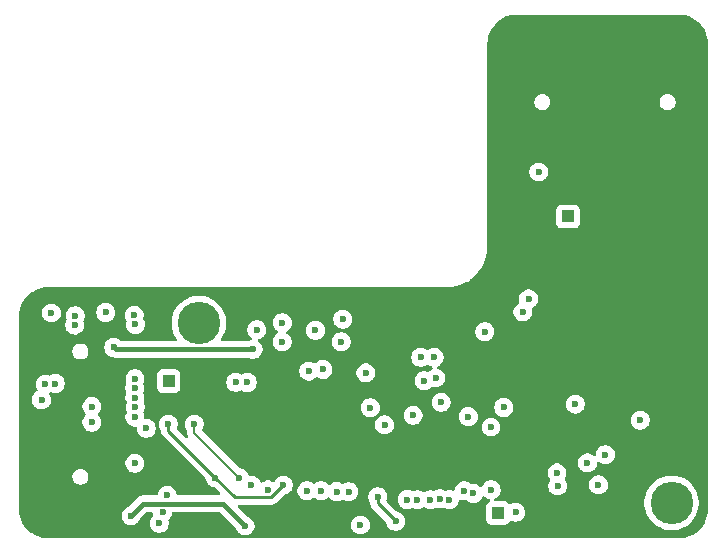
<source format=gbr>
%TF.GenerationSoftware,KiCad,Pcbnew,9.0.0*%
%TF.CreationDate,2026-01-13T23:39:09-06:00*%
%TF.ProjectId,SuppChargerPCB,53757070-4368-4617-9267-65725043422e,rev?*%
%TF.SameCoordinates,Original*%
%TF.FileFunction,Copper,L2,Inr*%
%TF.FilePolarity,Positive*%
%FSLAX46Y46*%
G04 Gerber Fmt 4.6, Leading zero omitted, Abs format (unit mm)*
G04 Created by KiCad (PCBNEW 9.0.0) date 2026-01-13 23:39:09*
%MOMM*%
%LPD*%
G01*
G04 APERTURE LIST*
%TA.AperFunction,ComponentPad*%
%ADD10C,3.600000*%
%TD*%
%TA.AperFunction,ComponentPad*%
%ADD11R,1.000000X1.000000*%
%TD*%
%TA.AperFunction,ViaPad*%
%ADD12C,0.600000*%
%TD*%
%TA.AperFunction,Conductor*%
%ADD13C,0.250000*%
%TD*%
%TA.AperFunction,Conductor*%
%ADD14C,0.200000*%
%TD*%
%TA.AperFunction,Conductor*%
%ADD15C,0.400000*%
%TD*%
G04 APERTURE END LIST*
D10*
%TO.N,N/C*%
%TO.C,H1*%
X87490000Y-98890000D03*
%TD*%
%TO.N,N/C*%
%TO.C,H3*%
X127510000Y-114120000D03*
%TD*%
D11*
%TO.N,+3V3*%
%TO.C,OUT4*%
X112810000Y-114970000D03*
%TD*%
%TO.N,OUT*%
%TO.C,OUT2*%
X84930000Y-103790000D03*
%TD*%
%TO.N,+24V*%
%TO.C,+24V2*%
X118740000Y-89860000D03*
%TD*%
%TO.N,PGND*%
%TO.C,PGND3*%
X128310000Y-75510000D03*
%TD*%
D12*
%TO.N,+24V*%
X119350000Y-105750000D03*
X115400000Y-96850000D03*
%TO.N,/ACOV*%
X117810000Y-111580000D03*
X117860000Y-112690000D03*
%TO.N,/ACUV*%
X120390000Y-110730000D03*
X121320000Y-112590000D03*
%TO.N,/Converter/BUCK_IN*%
X114920000Y-97950000D03*
%TO.N,PGND*%
X100510000Y-96390000D03*
X112330000Y-116740000D03*
X91210000Y-96390000D03*
X113360000Y-95440000D03*
X108500000Y-116730000D03*
X76270000Y-115640000D03*
X114140000Y-116720000D03*
X113340000Y-77640000D03*
X113360000Y-88790000D03*
X119990000Y-116740000D03*
X113340000Y-84290000D03*
X129560000Y-108440000D03*
X120410000Y-73670000D03*
X116130000Y-116740000D03*
X129540000Y-89630000D03*
X113370000Y-82620000D03*
X113390000Y-93770000D03*
X127970000Y-106790000D03*
X104720000Y-116730000D03*
X127940000Y-101850000D03*
X129550000Y-106770000D03*
X127810000Y-87850000D03*
X73490000Y-112430000D03*
X129530000Y-87850000D03*
X118000000Y-116720000D03*
X113350000Y-79280000D03*
X127820000Y-89630000D03*
X129540000Y-105180000D03*
X98820000Y-96370000D03*
X95030000Y-96390000D03*
X114780000Y-73650000D03*
X127820000Y-86390000D03*
X129580000Y-81020000D03*
X125350000Y-73640000D03*
X127720000Y-97980000D03*
X129530000Y-103610000D03*
X102730000Y-116710000D03*
X106510000Y-116710000D03*
X110340000Y-116720000D03*
X105607599Y-109463000D03*
X129570000Y-79350000D03*
X127960000Y-105200000D03*
X127210000Y-73640000D03*
X73440000Y-115640000D03*
X127750000Y-94480000D03*
X122000000Y-73660000D03*
X74890000Y-113960000D03*
X97150000Y-96370000D03*
X121590000Y-116720000D03*
X73470000Y-113960000D03*
X129570000Y-94460000D03*
X113360000Y-80990000D03*
X113330000Y-74640000D03*
X93000000Y-96370000D03*
X129540000Y-96130000D03*
X129550000Y-82690000D03*
X113330000Y-75960000D03*
X129530000Y-110110000D03*
X129560000Y-77760000D03*
X105626456Y-108643544D03*
X77640000Y-115630000D03*
X123580000Y-116740000D03*
X113370000Y-90430000D03*
X127980000Y-108460000D03*
X76230000Y-113970000D03*
X118740000Y-73680000D03*
X117070000Y-73650000D03*
X129540000Y-97960000D03*
X129520000Y-101830000D03*
X123570000Y-73650000D03*
X127720000Y-96150000D03*
X113380000Y-92140000D03*
X127950000Y-110130000D03*
X113350000Y-85630000D03*
X129540000Y-86390000D03*
X74890000Y-115640000D03*
X127950000Y-103630000D03*
%TO.N,/DRV_SUP*%
X106560000Y-103778000D03*
%TO.N,/Converter/BOOST_OUT*%
X91580000Y-103920000D03*
%TO.N,/Converter/BUCK_HIGH*%
X113300000Y-106038000D03*
%TO.N,OUT*%
X90610000Y-103910000D03*
X82070000Y-110760000D03*
X78430000Y-107290000D03*
X78430000Y-105960000D03*
%TO.N,/SW1*%
X107404902Y-101795645D03*
X112220578Y-107695001D03*
X111694687Y-99615313D03*
%TO.N,/SW2*%
X102011690Y-106057074D03*
X106265098Y-101795647D03*
%TO.N,Net-(D1-A)*%
X94553035Y-100481697D03*
%TO.N,/STAT1*%
X82074065Y-105209911D03*
X107889977Y-113776696D03*
X96635000Y-113095000D03*
X92390000Y-99460000D03*
%TO.N,/STAT2*%
X82068890Y-104409925D03*
X97840000Y-113090000D03*
X107092319Y-113843064D03*
X82120000Y-99010000D03*
%TO.N,Net-(D2-A)*%
X79590322Y-97997500D03*
%TO.N,/\u002APG*%
X105984819Y-113849065D03*
X99170000Y-113160000D03*
X84800523Y-113489001D03*
%TO.N,Net-(D4-A)*%
X75004632Y-98036887D03*
%TO.N,/\u002ACE*%
X100160000Y-113180000D03*
X76970000Y-99060000D03*
X82080000Y-103610000D03*
X105110587Y-113830587D03*
%TO.N,Net-(D5-A)*%
X116270000Y-86100000D03*
%TO.N,/\u002AINT*%
X108687930Y-113837242D03*
X97360000Y-99500000D03*
X82113159Y-106008958D03*
%TO.N,/FB*%
X90920000Y-111985000D03*
X87100000Y-107450000D03*
%TO.N,/FBG*%
X94639882Y-112615000D03*
X84890000Y-107440000D03*
X88870000Y-111985000D03*
%TO.N,+3V3*%
X80274265Y-100955735D03*
X101170000Y-115990000D03*
X91400000Y-116065000D03*
X92080000Y-101110000D03*
X81738058Y-115221942D03*
%TO.N,/SCL*%
X82070000Y-106850000D03*
X93339461Y-113018183D03*
X109950000Y-113100000D03*
%TO.N,/SDA*%
X83040000Y-107800000D03*
X91920002Y-112610000D03*
X110719299Y-113319495D03*
%TO.N,/HIDRV1*%
X124860000Y-107110000D03*
X110310000Y-106810800D03*
%TO.N,/HIDRV2*%
X103210000Y-107511459D03*
X96790000Y-102960000D03*
%TO.N,/LODRV1*%
X121910000Y-110040000D03*
X108000000Y-105598000D03*
%TO.N,/LODRV2*%
X97992110Y-102817890D03*
X105623178Y-106692484D03*
%TO.N,/Converter/BOOST_HIGH*%
X101627314Y-103112686D03*
%TO.N,Net-(U1-ILIM_HIZ)*%
X102620000Y-113590000D03*
X104160000Y-115670000D03*
%TO.N,Net-(D1-K)*%
X94560000Y-98860000D03*
%TO.N,Net-(D2-K)*%
X82006746Y-98218055D03*
%TO.N,Net-(D4-K)*%
X77028029Y-98262104D03*
%TO.N,Net-(D3-A)*%
X84142500Y-115836019D03*
X75320000Y-104010000D03*
%TO.N,Net-(D3-K)*%
X84410000Y-114890000D03*
X74482857Y-104055214D03*
%TO.N,Net-(D6-A)*%
X74165000Y-105390000D03*
%TO.N,Net-(D7-K)*%
X99660000Y-98560000D03*
%TO.N,Net-(D7-A)*%
X99545747Y-100476289D03*
%TO.N,/REGN*%
X107531869Y-103538000D03*
X112232499Y-112999902D03*
X114300000Y-114920000D03*
%TD*%
D13*
%TO.N,/STAT2*%
X82068965Y-104410000D02*
X82068890Y-104409925D01*
%TO.N,/\u002AINT*%
X108687930Y-113837242D02*
X108687930Y-113865713D01*
D14*
%TO.N,/FB*%
X87100000Y-108165000D02*
X87100000Y-107450000D01*
X90920000Y-111985000D02*
X87100000Y-108165000D01*
D13*
%TO.N,/FBG*%
X84890000Y-108005000D02*
X84890000Y-107440000D01*
X90529183Y-113644183D02*
X88870000Y-111985000D01*
X88870000Y-111985000D02*
X84890000Y-108005000D01*
X94639882Y-112615000D02*
X93610699Y-113644183D01*
X93610699Y-113644183D02*
X90529183Y-113644183D01*
D15*
%TO.N,+3V3*%
X81738058Y-115221942D02*
X82771000Y-114189000D01*
X80428530Y-101110000D02*
X80274265Y-100955735D01*
X89524000Y-114189000D02*
X91400000Y-116065000D01*
X82771000Y-114189000D02*
X89524000Y-114189000D01*
X92080000Y-101110000D02*
X80428530Y-101110000D01*
D13*
%TO.N,Net-(U1-ILIM_HIZ)*%
X102620000Y-114130000D02*
X102620000Y-113590000D01*
X104160000Y-115670000D02*
X102620000Y-114130000D01*
%TD*%
%TA.AperFunction,Conductor*%
%TO.N,PGND*%
G36*
X128123736Y-72770726D02*
G01*
X128413796Y-72788271D01*
X128428659Y-72790076D01*
X128710798Y-72841780D01*
X128725335Y-72845363D01*
X128999172Y-72930695D01*
X129013163Y-72936000D01*
X129274743Y-73053727D01*
X129287989Y-73060680D01*
X129533465Y-73209075D01*
X129545776Y-73217573D01*
X129771573Y-73394473D01*
X129782781Y-73404403D01*
X129985596Y-73607218D01*
X129995526Y-73618426D01*
X130115481Y-73771538D01*
X130172422Y-73844217D01*
X130180928Y-73856540D01*
X130329316Y-74102004D01*
X130336275Y-74115263D01*
X130453997Y-74376831D01*
X130459306Y-74390832D01*
X130544635Y-74664663D01*
X130548219Y-74679201D01*
X130599923Y-74961340D01*
X130601728Y-74976205D01*
X130619274Y-75266263D01*
X130619500Y-75273750D01*
X130619500Y-114616249D01*
X130619274Y-114623736D01*
X130601728Y-114913794D01*
X130599923Y-114928659D01*
X130548219Y-115210798D01*
X130544635Y-115225336D01*
X130459306Y-115499167D01*
X130453997Y-115513168D01*
X130336275Y-115774736D01*
X130329316Y-115787995D01*
X130180928Y-116033459D01*
X130172422Y-116045782D01*
X129995526Y-116271573D01*
X129985596Y-116282781D01*
X129782781Y-116485596D01*
X129771573Y-116495526D01*
X129545782Y-116672422D01*
X129533459Y-116680928D01*
X129287995Y-116829316D01*
X129274736Y-116836275D01*
X129013168Y-116953997D01*
X128999167Y-116959306D01*
X128725336Y-117044635D01*
X128710798Y-117048219D01*
X128428659Y-117099923D01*
X128413794Y-117101728D01*
X128123736Y-117119274D01*
X128116249Y-117119500D01*
X74743751Y-117119500D01*
X74736264Y-117119274D01*
X74446205Y-117101728D01*
X74431340Y-117099923D01*
X74149201Y-117048219D01*
X74134663Y-117044635D01*
X73860832Y-116959306D01*
X73846831Y-116953997D01*
X73585263Y-116836275D01*
X73572004Y-116829316D01*
X73326537Y-116680926D01*
X73314217Y-116672422D01*
X73229125Y-116605757D01*
X73094509Y-116500292D01*
X73088426Y-116495526D01*
X73077218Y-116485596D01*
X72874403Y-116282781D01*
X72864473Y-116271573D01*
X72798751Y-116187685D01*
X72687573Y-116045776D01*
X72679075Y-116033465D01*
X72530680Y-115787989D01*
X72523727Y-115774743D01*
X72406000Y-115513163D01*
X72400693Y-115499167D01*
X72396805Y-115486691D01*
X72315363Y-115225335D01*
X72311780Y-115210797D01*
X72302354Y-115159359D01*
X72299373Y-115143095D01*
X80937558Y-115143095D01*
X80937558Y-115300788D01*
X80968319Y-115455431D01*
X80968322Y-115455443D01*
X81028660Y-115601114D01*
X81028667Y-115601127D01*
X81116268Y-115732230D01*
X81116271Y-115732234D01*
X81227765Y-115843728D01*
X81227769Y-115843731D01*
X81358872Y-115931332D01*
X81358885Y-115931339D01*
X81491225Y-115986155D01*
X81504561Y-115991679D01*
X81659211Y-116022441D01*
X81659214Y-116022442D01*
X81659216Y-116022442D01*
X81816902Y-116022442D01*
X81816903Y-116022441D01*
X81971555Y-115991679D01*
X82117237Y-115931336D01*
X82248347Y-115843731D01*
X82359847Y-115732231D01*
X82447452Y-115601121D01*
X82447453Y-115601118D01*
X82447455Y-115601115D01*
X82507212Y-115456846D01*
X82507250Y-115456752D01*
X82534127Y-115416528D01*
X83024838Y-114925819D01*
X83086161Y-114892334D01*
X83112519Y-114889500D01*
X83491954Y-114889500D01*
X83522411Y-114898443D01*
X83553315Y-114905746D01*
X83555700Y-114908218D01*
X83558993Y-114909185D01*
X83579774Y-114933168D01*
X83601830Y-114956026D01*
X83603374Y-114960403D01*
X83604748Y-114961989D01*
X83613569Y-114989302D01*
X83625288Y-115048211D01*
X83641050Y-115127454D01*
X83634822Y-115197046D01*
X83607114Y-115239326D01*
X83520710Y-115325730D01*
X83433109Y-115456833D01*
X83433102Y-115456846D01*
X83372764Y-115602517D01*
X83372761Y-115602529D01*
X83342000Y-115757172D01*
X83342000Y-115914865D01*
X83372761Y-116069508D01*
X83372764Y-116069520D01*
X83433102Y-116215191D01*
X83433109Y-116215204D01*
X83520710Y-116346307D01*
X83520713Y-116346311D01*
X83632207Y-116457805D01*
X83632211Y-116457808D01*
X83763314Y-116545409D01*
X83763327Y-116545416D01*
X83908998Y-116605754D01*
X83909003Y-116605756D01*
X84063653Y-116636518D01*
X84063656Y-116636519D01*
X84063658Y-116636519D01*
X84221344Y-116636519D01*
X84221345Y-116636518D01*
X84375997Y-116605756D01*
X84521679Y-116545413D01*
X84652789Y-116457808D01*
X84764289Y-116346308D01*
X84851894Y-116215198D01*
X84912237Y-116069516D01*
X84943000Y-115914861D01*
X84943000Y-115757177D01*
X84943000Y-115757174D01*
X84911450Y-115598565D01*
X84917677Y-115528973D01*
X84945384Y-115486693D01*
X85031789Y-115400289D01*
X85119394Y-115269179D01*
X85179737Y-115123497D01*
X85206429Y-114989309D01*
X85238814Y-114927398D01*
X85299529Y-114892824D01*
X85328046Y-114889500D01*
X89182481Y-114889500D01*
X89249520Y-114909185D01*
X89270162Y-114925819D01*
X90603928Y-116259585D01*
X90630808Y-116299814D01*
X90690602Y-116444172D01*
X90690609Y-116444185D01*
X90778210Y-116575288D01*
X90778213Y-116575292D01*
X90889707Y-116686786D01*
X90889711Y-116686789D01*
X91020814Y-116774390D01*
X91020827Y-116774397D01*
X91153415Y-116829316D01*
X91166503Y-116834737D01*
X91321153Y-116865499D01*
X91321156Y-116865500D01*
X91321158Y-116865500D01*
X91478844Y-116865500D01*
X91478845Y-116865499D01*
X91633497Y-116834737D01*
X91779179Y-116774394D01*
X91910289Y-116686789D01*
X92021789Y-116575289D01*
X92109394Y-116444179D01*
X92169737Y-116298497D01*
X92200500Y-116143842D01*
X92200500Y-115986158D01*
X92200500Y-115986155D01*
X92189182Y-115929258D01*
X92189182Y-115929257D01*
X92185581Y-115911153D01*
X100369500Y-115911153D01*
X100369500Y-116068846D01*
X100400261Y-116223489D01*
X100400264Y-116223501D01*
X100460602Y-116369172D01*
X100460609Y-116369185D01*
X100548210Y-116500288D01*
X100548213Y-116500292D01*
X100659707Y-116611786D01*
X100659711Y-116611789D01*
X100790814Y-116699390D01*
X100790827Y-116699397D01*
X100936498Y-116759735D01*
X100936503Y-116759737D01*
X101091153Y-116790499D01*
X101091156Y-116790500D01*
X101091158Y-116790500D01*
X101248844Y-116790500D01*
X101248845Y-116790499D01*
X101403497Y-116759737D01*
X101549179Y-116699394D01*
X101680289Y-116611789D01*
X101791789Y-116500289D01*
X101879394Y-116369179D01*
X101939737Y-116223497D01*
X101970500Y-116068842D01*
X101970500Y-115911158D01*
X101970500Y-115911155D01*
X101970499Y-115911153D01*
X101954657Y-115831510D01*
X101939737Y-115756503D01*
X101921442Y-115712335D01*
X101879397Y-115610827D01*
X101879390Y-115610814D01*
X101791789Y-115479711D01*
X101791786Y-115479707D01*
X101680292Y-115368213D01*
X101680288Y-115368210D01*
X101549185Y-115280609D01*
X101549172Y-115280602D01*
X101403501Y-115220264D01*
X101403489Y-115220261D01*
X101248845Y-115189500D01*
X101248842Y-115189500D01*
X101091158Y-115189500D01*
X101091155Y-115189500D01*
X100936510Y-115220261D01*
X100936498Y-115220264D01*
X100790827Y-115280602D01*
X100790814Y-115280609D01*
X100659711Y-115368210D01*
X100659707Y-115368213D01*
X100548213Y-115479707D01*
X100548210Y-115479711D01*
X100460609Y-115610814D01*
X100460602Y-115610827D01*
X100400264Y-115756498D01*
X100400261Y-115756510D01*
X100369500Y-115911153D01*
X92185581Y-115911153D01*
X92179501Y-115880590D01*
X92169737Y-115831503D01*
X92156980Y-115800705D01*
X92109397Y-115685827D01*
X92109390Y-115685814D01*
X92021789Y-115554711D01*
X92021786Y-115554707D01*
X91910292Y-115443213D01*
X91910288Y-115443210D01*
X91779185Y-115355609D01*
X91779172Y-115355602D01*
X91634814Y-115295808D01*
X91594585Y-115268928D01*
X90807021Y-114481364D01*
X90773536Y-114420041D01*
X90778520Y-114350349D01*
X90820392Y-114294416D01*
X90885856Y-114269999D01*
X90894702Y-114269683D01*
X93672306Y-114269683D01*
X93732728Y-114257664D01*
X93793151Y-114245646D01*
X93836551Y-114227669D01*
X93906985Y-114198495D01*
X93958208Y-114164267D01*
X94009432Y-114130041D01*
X94096557Y-114042916D01*
X94096557Y-114042914D01*
X94106765Y-114032707D01*
X94106767Y-114032704D01*
X94698679Y-113440791D01*
X94760000Y-113407308D01*
X94762010Y-113406889D01*
X94873379Y-113384737D01*
X95009146Y-113328501D01*
X95019054Y-113324397D01*
X95019054Y-113324396D01*
X95019061Y-113324394D01*
X95150171Y-113236789D01*
X95261671Y-113125289D01*
X95334593Y-113016153D01*
X95834500Y-113016153D01*
X95834500Y-113173846D01*
X95865261Y-113328489D01*
X95865264Y-113328501D01*
X95925602Y-113474172D01*
X95925609Y-113474185D01*
X96013210Y-113605288D01*
X96013213Y-113605292D01*
X96124707Y-113716786D01*
X96124711Y-113716789D01*
X96255814Y-113804390D01*
X96255827Y-113804397D01*
X96361185Y-113848037D01*
X96401503Y-113864737D01*
X96556153Y-113895499D01*
X96556156Y-113895500D01*
X96556158Y-113895500D01*
X96713844Y-113895500D01*
X96713845Y-113895499D01*
X96868497Y-113864737D01*
X97014179Y-113804394D01*
X97145289Y-113716789D01*
X97152314Y-113709763D01*
X97213630Y-113676276D01*
X97283322Y-113681254D01*
X97324940Y-113707998D01*
X97325001Y-113707924D01*
X97325638Y-113708446D01*
X97327680Y-113709759D01*
X97329707Y-113711786D01*
X97329711Y-113711789D01*
X97460814Y-113799390D01*
X97460827Y-113799397D01*
X97572474Y-113845642D01*
X97606503Y-113859737D01*
X97695170Y-113877374D01*
X97761153Y-113890499D01*
X97761156Y-113890500D01*
X97761158Y-113890500D01*
X97918844Y-113890500D01*
X97918845Y-113890499D01*
X98073497Y-113859737D01*
X98207108Y-113804394D01*
X98219172Y-113799397D01*
X98219172Y-113799396D01*
X98219179Y-113799394D01*
X98350289Y-113711789D01*
X98382319Y-113679758D01*
X98443638Y-113646275D01*
X98513329Y-113651257D01*
X98557680Y-113679759D01*
X98659707Y-113781786D01*
X98659711Y-113781789D01*
X98790814Y-113869390D01*
X98790827Y-113869397D01*
X98903541Y-113916084D01*
X98936503Y-113929737D01*
X99091153Y-113960499D01*
X99091156Y-113960500D01*
X99091158Y-113960500D01*
X99248844Y-113960500D01*
X99248845Y-113960499D01*
X99403497Y-113929737D01*
X99549179Y-113869394D01*
X99581141Y-113848036D01*
X99647818Y-113827158D01*
X99715199Y-113845642D01*
X99718924Y-113848036D01*
X99780814Y-113889390D01*
X99780827Y-113889397D01*
X99926498Y-113949735D01*
X99926503Y-113949737D01*
X100025858Y-113969500D01*
X100081153Y-113980499D01*
X100081156Y-113980500D01*
X100081158Y-113980500D01*
X100238844Y-113980500D01*
X100238845Y-113980499D01*
X100393497Y-113949737D01*
X100539179Y-113889394D01*
X100670289Y-113801789D01*
X100781789Y-113690289D01*
X100869394Y-113559179D01*
X100889287Y-113511153D01*
X101819500Y-113511153D01*
X101819500Y-113668846D01*
X101850261Y-113823489D01*
X101850264Y-113823501D01*
X101910602Y-113969172D01*
X101910609Y-113969184D01*
X101973602Y-114063459D01*
X101994480Y-114130136D01*
X101994500Y-114132350D01*
X101994500Y-114191607D01*
X101998112Y-114209766D01*
X102004026Y-114239501D01*
X102004025Y-114239501D01*
X102015703Y-114298208D01*
X102018535Y-114312446D01*
X102065688Y-114426287D01*
X102083372Y-114452751D01*
X102093011Y-114467176D01*
X102134142Y-114528733D01*
X102221267Y-114615858D01*
X102221270Y-114615860D01*
X102228873Y-114623463D01*
X103334205Y-115728795D01*
X103367690Y-115790118D01*
X103368141Y-115792285D01*
X103390261Y-115903489D01*
X103390264Y-115903501D01*
X103450602Y-116049172D01*
X103450609Y-116049185D01*
X103538210Y-116180288D01*
X103538213Y-116180292D01*
X103649707Y-116291786D01*
X103649711Y-116291789D01*
X103780814Y-116379390D01*
X103780827Y-116379397D01*
X103926498Y-116439735D01*
X103926503Y-116439737D01*
X104081153Y-116470499D01*
X104081156Y-116470500D01*
X104081158Y-116470500D01*
X104238844Y-116470500D01*
X104238845Y-116470499D01*
X104393497Y-116439737D01*
X104539179Y-116379394D01*
X104670289Y-116291789D01*
X104781789Y-116180289D01*
X104869394Y-116049179D01*
X104929737Y-115903497D01*
X104960500Y-115748842D01*
X104960500Y-115591158D01*
X104960500Y-115591155D01*
X104960499Y-115591153D01*
X104949463Y-115535671D01*
X104929737Y-115436503D01*
X104901450Y-115368211D01*
X104869397Y-115290827D01*
X104869390Y-115290814D01*
X104781789Y-115159711D01*
X104781786Y-115159707D01*
X104670292Y-115048213D01*
X104670288Y-115048210D01*
X104539185Y-114960609D01*
X104539172Y-114960602D01*
X104393501Y-114900264D01*
X104393489Y-114900261D01*
X104282285Y-114878141D01*
X104220374Y-114845756D01*
X104218795Y-114844205D01*
X103392190Y-114017600D01*
X103386079Y-114006408D01*
X103376344Y-113998170D01*
X103369652Y-113976325D01*
X103358705Y-113956277D01*
X103359132Y-113941983D01*
X103355879Y-113931364D01*
X103360103Y-113909460D01*
X103360495Y-113896373D01*
X103362486Y-113889284D01*
X103389737Y-113823497D01*
X103404010Y-113751740D01*
X104310087Y-113751740D01*
X104310087Y-113909433D01*
X104340848Y-114064076D01*
X104340851Y-114064088D01*
X104401189Y-114209759D01*
X104401196Y-114209772D01*
X104488797Y-114340875D01*
X104488800Y-114340879D01*
X104600294Y-114452373D01*
X104600298Y-114452376D01*
X104731401Y-114539977D01*
X104731414Y-114539984D01*
X104876675Y-114600152D01*
X104877090Y-114600324D01*
X105031740Y-114631086D01*
X105031743Y-114631087D01*
X105031745Y-114631087D01*
X105189431Y-114631087D01*
X105189432Y-114631086D01*
X105344084Y-114600324D01*
X105482992Y-114542786D01*
X105552460Y-114535318D01*
X105599334Y-114554245D01*
X105605640Y-114558459D01*
X105605642Y-114558460D01*
X105605646Y-114558462D01*
X105744219Y-114615860D01*
X105751322Y-114618802D01*
X105905972Y-114649564D01*
X105905975Y-114649565D01*
X105905977Y-114649565D01*
X106063663Y-114649565D01*
X106063664Y-114649564D01*
X106218316Y-114618802D01*
X106363998Y-114558459D01*
X106474170Y-114484843D01*
X106540845Y-114463967D01*
X106608225Y-114482451D01*
X106611950Y-114484845D01*
X106713133Y-114552454D01*
X106713146Y-114552461D01*
X106858817Y-114612799D01*
X106858822Y-114612801D01*
X106984203Y-114637741D01*
X107013472Y-114643563D01*
X107013475Y-114643564D01*
X107013477Y-114643564D01*
X107171163Y-114643564D01*
X107171164Y-114643563D01*
X107325816Y-114612801D01*
X107471498Y-114552458D01*
X107492743Y-114538261D01*
X107559417Y-114517383D01*
X107609086Y-114526801D01*
X107656480Y-114546433D01*
X107811130Y-114577195D01*
X107811133Y-114577196D01*
X107811135Y-114577196D01*
X107968821Y-114577196D01*
X107968822Y-114577195D01*
X108123474Y-114546433D01*
X108176427Y-114524498D01*
X108245895Y-114517030D01*
X108292771Y-114535959D01*
X108308743Y-114546631D01*
X108308745Y-114546632D01*
X108308751Y-114546636D01*
X108308753Y-114546637D01*
X108308757Y-114546639D01*
X108454428Y-114606977D01*
X108454433Y-114606979D01*
X108609083Y-114637741D01*
X108609086Y-114637742D01*
X108609088Y-114637742D01*
X108766774Y-114637742D01*
X108766775Y-114637741D01*
X108921427Y-114606979D01*
X109067109Y-114546636D01*
X109198219Y-114459031D01*
X109309719Y-114347531D01*
X109397324Y-114216421D01*
X109400084Y-114209759D01*
X109433104Y-114130040D01*
X109457667Y-114070739D01*
X109484831Y-113934175D01*
X109517215Y-113872265D01*
X109577931Y-113837691D01*
X109647700Y-113841430D01*
X109653881Y-113843798D01*
X109716503Y-113869737D01*
X109851205Y-113896531D01*
X109871153Y-113900499D01*
X109871156Y-113900500D01*
X109871158Y-113900500D01*
X110028843Y-113900500D01*
X110049589Y-113896373D01*
X110080093Y-113890305D01*
X110149683Y-113896531D01*
X110191966Y-113924241D01*
X110209006Y-113941281D01*
X110209010Y-113941284D01*
X110340113Y-114028885D01*
X110340126Y-114028892D01*
X110441165Y-114070743D01*
X110485802Y-114089232D01*
X110640452Y-114119994D01*
X110640455Y-114119995D01*
X110640457Y-114119995D01*
X110798143Y-114119995D01*
X110798144Y-114119994D01*
X110952796Y-114089232D01*
X111065465Y-114042562D01*
X111098471Y-114028892D01*
X111098471Y-114028891D01*
X111098478Y-114028889D01*
X111229588Y-113941284D01*
X111341088Y-113829784D01*
X111428693Y-113698674D01*
X111466192Y-113608142D01*
X111510031Y-113553741D01*
X111576325Y-113531675D01*
X111644024Y-113548953D01*
X111668433Y-113567915D01*
X111722206Y-113621688D01*
X111722210Y-113621691D01*
X111853313Y-113709292D01*
X111853326Y-113709299D01*
X111971868Y-113758400D01*
X111999002Y-113769639D01*
X112026724Y-113775153D01*
X112064113Y-113782591D01*
X112126024Y-113814976D01*
X112160598Y-113875692D01*
X112156859Y-113945461D01*
X112115992Y-114002133D01*
X112083257Y-114020389D01*
X112067673Y-114026201D01*
X112067664Y-114026206D01*
X111952455Y-114112452D01*
X111952452Y-114112455D01*
X111866206Y-114227664D01*
X111866204Y-114227669D01*
X111815908Y-114362517D01*
X111809501Y-114422116D01*
X111809500Y-114422135D01*
X111809500Y-115517870D01*
X111809501Y-115517876D01*
X111815908Y-115577483D01*
X111866202Y-115712328D01*
X111866206Y-115712335D01*
X111952452Y-115827544D01*
X111952455Y-115827547D01*
X112067664Y-115913793D01*
X112067671Y-115913797D01*
X112202517Y-115964091D01*
X112202516Y-115964091D01*
X112209444Y-115964835D01*
X112262127Y-115970500D01*
X113357872Y-115970499D01*
X113417483Y-115964091D01*
X113552331Y-115913796D01*
X113667546Y-115827546D01*
X113753796Y-115712331D01*
X113758031Y-115700974D01*
X113799898Y-115645042D01*
X113865362Y-115620621D01*
X113921665Y-115629743D01*
X114066503Y-115689737D01*
X114221153Y-115720499D01*
X114221156Y-115720500D01*
X114221158Y-115720500D01*
X114378844Y-115720500D01*
X114378845Y-115720499D01*
X114533497Y-115689737D01*
X114679179Y-115629394D01*
X114810289Y-115541789D01*
X114921789Y-115430289D01*
X115009394Y-115299179D01*
X115012854Y-115290827D01*
X115034186Y-115239326D01*
X115069737Y-115153497D01*
X115100500Y-114998842D01*
X115100500Y-114841158D01*
X115100500Y-114841155D01*
X115100499Y-114841153D01*
X115090716Y-114791969D01*
X115069737Y-114686503D01*
X115054437Y-114649565D01*
X115009397Y-114540827D01*
X115009390Y-114540814D01*
X114921789Y-114409711D01*
X114921786Y-114409707D01*
X114810292Y-114298213D01*
X114810288Y-114298210D01*
X114679185Y-114210609D01*
X114679172Y-114210602D01*
X114533501Y-114150264D01*
X114533489Y-114150261D01*
X114378845Y-114119500D01*
X114378842Y-114119500D01*
X114221158Y-114119500D01*
X114221155Y-114119500D01*
X114066510Y-114150261D01*
X114066498Y-114150264D01*
X113920827Y-114210602D01*
X113920813Y-114210610D01*
X113898691Y-114225391D01*
X113867469Y-114235166D01*
X113836639Y-114246098D01*
X113834303Y-114245549D01*
X113832013Y-114246267D01*
X113800452Y-114237608D01*
X113768616Y-114230139D01*
X113766529Y-114228301D01*
X113764633Y-114227781D01*
X113740709Y-114208532D01*
X113735243Y-114202885D01*
X113667546Y-114112454D01*
X113595477Y-114058503D01*
X113595475Y-114058501D01*
X113552335Y-114026206D01*
X113552328Y-114026202D01*
X113417482Y-113975908D01*
X113417483Y-113975908D01*
X113357883Y-113969501D01*
X113357881Y-113969500D01*
X113357873Y-113969500D01*
X113357865Y-113969500D01*
X112606878Y-113969500D01*
X112605935Y-113969223D01*
X125209500Y-113969223D01*
X125209500Y-114270776D01*
X125209501Y-114270793D01*
X125248861Y-114569766D01*
X125326913Y-114861060D01*
X125442314Y-115139661D01*
X125442318Y-115139671D01*
X125593099Y-115400831D01*
X125776679Y-115640078D01*
X125776685Y-115640085D01*
X125989914Y-115853314D01*
X125989921Y-115853320D01*
X126229168Y-116036900D01*
X126490328Y-116187681D01*
X126490329Y-116187681D01*
X126490332Y-116187683D01*
X126663919Y-116259585D01*
X126768939Y-116303086D01*
X126768940Y-116303086D01*
X126768942Y-116303087D01*
X127060232Y-116381138D01*
X127359217Y-116420500D01*
X127359224Y-116420500D01*
X127660776Y-116420500D01*
X127660783Y-116420500D01*
X127959768Y-116381138D01*
X128251058Y-116303087D01*
X128529668Y-116187683D01*
X128790832Y-116036900D01*
X129030080Y-115853319D01*
X129243319Y-115640080D01*
X129426900Y-115400832D01*
X129577683Y-115139668D01*
X129693087Y-114861058D01*
X129771138Y-114569768D01*
X129810500Y-114270783D01*
X129810500Y-113969217D01*
X129771138Y-113670232D01*
X129693087Y-113378942D01*
X129689838Y-113371099D01*
X129623849Y-113211786D01*
X129577683Y-113100332D01*
X129566810Y-113081500D01*
X129426900Y-112839168D01*
X129243320Y-112599921D01*
X129243314Y-112599914D01*
X129030085Y-112386685D01*
X129030078Y-112386679D01*
X128790831Y-112203099D01*
X128529671Y-112052318D01*
X128529661Y-112052314D01*
X128251060Y-111936913D01*
X127959766Y-111858861D01*
X127660793Y-111819501D01*
X127660788Y-111819500D01*
X127660783Y-111819500D01*
X127359217Y-111819500D01*
X127359211Y-111819500D01*
X127359206Y-111819501D01*
X127060233Y-111858861D01*
X126768939Y-111936913D01*
X126490338Y-112052314D01*
X126490328Y-112052318D01*
X126229168Y-112203099D01*
X125989921Y-112386679D01*
X125989914Y-112386685D01*
X125776685Y-112599914D01*
X125776679Y-112599921D01*
X125593099Y-112839168D01*
X125442318Y-113100328D01*
X125442314Y-113100338D01*
X125326913Y-113378939D01*
X125248861Y-113670233D01*
X125209501Y-113969206D01*
X125209500Y-113969223D01*
X112605935Y-113969223D01*
X112539839Y-113949815D01*
X112494084Y-113897011D01*
X112484140Y-113827853D01*
X112513165Y-113764297D01*
X112559424Y-113730940D01*
X112611678Y-113709296D01*
X112742788Y-113621691D01*
X112854288Y-113510191D01*
X112941893Y-113379081D01*
X112949906Y-113359737D01*
X112964547Y-113324390D01*
X113002236Y-113233399D01*
X113032999Y-113078744D01*
X113032999Y-112921060D01*
X113032999Y-112921057D01*
X113032998Y-112921055D01*
X113018565Y-112848497D01*
X113002236Y-112766405D01*
X112981281Y-112715814D01*
X112941896Y-112620729D01*
X112941889Y-112620716D01*
X112854288Y-112489613D01*
X112854285Y-112489609D01*
X112742791Y-112378115D01*
X112742787Y-112378112D01*
X112611684Y-112290511D01*
X112611671Y-112290504D01*
X112466000Y-112230166D01*
X112465988Y-112230163D01*
X112311344Y-112199402D01*
X112311341Y-112199402D01*
X112153657Y-112199402D01*
X112153654Y-112199402D01*
X111999009Y-112230163D01*
X111998997Y-112230166D01*
X111853326Y-112290504D01*
X111853313Y-112290511D01*
X111722210Y-112378112D01*
X111722206Y-112378115D01*
X111610712Y-112489609D01*
X111610709Y-112489613D01*
X111523108Y-112620716D01*
X111523103Y-112620725D01*
X111485606Y-112711253D01*
X111441765Y-112765656D01*
X111375471Y-112787721D01*
X111307771Y-112770442D01*
X111283364Y-112751481D01*
X111229591Y-112697708D01*
X111229587Y-112697705D01*
X111098484Y-112610104D01*
X111098471Y-112610097D01*
X110952800Y-112549759D01*
X110952788Y-112549756D01*
X110798144Y-112518995D01*
X110798141Y-112518995D01*
X110640457Y-112518995D01*
X110589202Y-112529189D01*
X110519612Y-112522962D01*
X110477332Y-112495253D01*
X110460292Y-112478213D01*
X110460288Y-112478210D01*
X110329185Y-112390609D01*
X110329172Y-112390602D01*
X110183501Y-112330264D01*
X110183489Y-112330261D01*
X110028845Y-112299500D01*
X110028842Y-112299500D01*
X109871158Y-112299500D01*
X109871155Y-112299500D01*
X109716510Y-112330261D01*
X109716498Y-112330264D01*
X109570827Y-112390602D01*
X109570814Y-112390609D01*
X109439711Y-112478210D01*
X109439707Y-112478213D01*
X109328213Y-112589707D01*
X109328210Y-112589711D01*
X109240609Y-112720814D01*
X109240602Y-112720827D01*
X109180264Y-112866498D01*
X109180261Y-112866508D01*
X109153098Y-113003066D01*
X109120713Y-113064977D01*
X109059997Y-113099551D01*
X108990228Y-113095811D01*
X108984029Y-113093435D01*
X108921431Y-113067506D01*
X108921419Y-113067503D01*
X108766775Y-113036742D01*
X108766772Y-113036742D01*
X108609088Y-113036742D01*
X108609085Y-113036742D01*
X108454435Y-113067503D01*
X108454432Y-113067505D01*
X108401477Y-113089439D01*
X108332008Y-113096907D01*
X108285135Y-113077979D01*
X108278174Y-113073328D01*
X108269156Y-113067302D01*
X108269155Y-113067301D01*
X108269153Y-113067300D01*
X108123478Y-113006960D01*
X108123466Y-113006957D01*
X107968822Y-112976196D01*
X107968819Y-112976196D01*
X107811135Y-112976196D01*
X107811132Y-112976196D01*
X107656487Y-113006957D01*
X107656475Y-113006960D01*
X107510805Y-113067298D01*
X107510796Y-113067303D01*
X107489549Y-113081500D01*
X107422871Y-113102376D01*
X107373208Y-113092957D01*
X107325820Y-113073328D01*
X107325808Y-113073325D01*
X107171164Y-113042564D01*
X107171161Y-113042564D01*
X107013477Y-113042564D01*
X107013474Y-113042564D01*
X106858829Y-113073325D01*
X106858817Y-113073328D01*
X106713146Y-113133666D01*
X106713133Y-113133673D01*
X106602969Y-113207283D01*
X106536291Y-113228161D01*
X106468911Y-113209676D01*
X106465187Y-113207283D01*
X106364004Y-113139674D01*
X106363991Y-113139667D01*
X106218320Y-113079329D01*
X106218308Y-113079326D01*
X106063664Y-113048565D01*
X106063661Y-113048565D01*
X105905977Y-113048565D01*
X105905974Y-113048565D01*
X105751329Y-113079326D01*
X105751317Y-113079329D01*
X105612414Y-113136864D01*
X105542944Y-113144333D01*
X105496077Y-113125409D01*
X105489774Y-113121198D01*
X105489770Y-113121196D01*
X105489766Y-113121193D01*
X105489762Y-113121191D01*
X105489758Y-113121189D01*
X105344088Y-113060851D01*
X105344076Y-113060848D01*
X105189432Y-113030087D01*
X105189429Y-113030087D01*
X105031745Y-113030087D01*
X105031742Y-113030087D01*
X104877097Y-113060848D01*
X104877085Y-113060851D01*
X104731414Y-113121189D01*
X104731401Y-113121196D01*
X104600298Y-113208797D01*
X104600294Y-113208800D01*
X104488800Y-113320294D01*
X104488797Y-113320298D01*
X104401196Y-113451401D01*
X104401189Y-113451414D01*
X104340851Y-113597085D01*
X104340848Y-113597097D01*
X104310087Y-113751740D01*
X103404010Y-113751740D01*
X103420500Y-113668842D01*
X103420500Y-113511158D01*
X103420500Y-113511155D01*
X103420499Y-113511153D01*
X103415332Y-113485176D01*
X103389737Y-113356503D01*
X103378133Y-113328489D01*
X103329397Y-113210827D01*
X103329390Y-113210814D01*
X103241789Y-113079711D01*
X103241786Y-113079707D01*
X103130292Y-112968213D01*
X103130288Y-112968210D01*
X102999185Y-112880609D01*
X102999172Y-112880602D01*
X102853501Y-112820264D01*
X102853489Y-112820261D01*
X102698845Y-112789500D01*
X102698842Y-112789500D01*
X102541158Y-112789500D01*
X102541155Y-112789500D01*
X102386510Y-112820261D01*
X102386498Y-112820264D01*
X102240827Y-112880602D01*
X102240814Y-112880609D01*
X102109711Y-112968210D01*
X102109707Y-112968213D01*
X101998213Y-113079707D01*
X101998210Y-113079711D01*
X101910609Y-113210814D01*
X101910602Y-113210827D01*
X101850264Y-113356498D01*
X101850261Y-113356510D01*
X101819500Y-113511153D01*
X100889287Y-113511153D01*
X100900047Y-113485176D01*
X100911464Y-113457613D01*
X100914715Y-113449761D01*
X100929737Y-113413497D01*
X100960500Y-113258842D01*
X100960500Y-113101158D01*
X100960500Y-113101155D01*
X100960499Y-113101153D01*
X100956042Y-113078746D01*
X100929737Y-112946503D01*
X100920208Y-112923497D01*
X100869397Y-112800827D01*
X100869390Y-112800814D01*
X100781789Y-112669711D01*
X100781786Y-112669707D01*
X100670292Y-112558213D01*
X100670288Y-112558210D01*
X100539185Y-112470609D01*
X100539172Y-112470602D01*
X100393501Y-112410264D01*
X100393489Y-112410261D01*
X100238845Y-112379500D01*
X100238842Y-112379500D01*
X100081158Y-112379500D01*
X100081155Y-112379500D01*
X99926510Y-112410261D01*
X99926498Y-112410264D01*
X99780822Y-112470604D01*
X99780820Y-112470605D01*
X99748855Y-112491964D01*
X99682178Y-112512841D01*
X99614798Y-112494356D01*
X99611075Y-112491963D01*
X99549185Y-112450609D01*
X99549172Y-112450602D01*
X99403501Y-112390264D01*
X99403489Y-112390261D01*
X99248845Y-112359500D01*
X99248842Y-112359500D01*
X99091158Y-112359500D01*
X99091155Y-112359500D01*
X98936510Y-112390261D01*
X98936498Y-112390264D01*
X98790827Y-112450602D01*
X98790814Y-112450609D01*
X98659711Y-112538210D01*
X98659707Y-112538213D01*
X98627681Y-112570240D01*
X98566358Y-112603725D01*
X98496666Y-112598741D01*
X98452319Y-112570240D01*
X98350292Y-112468213D01*
X98350288Y-112468210D01*
X98219185Y-112380609D01*
X98219172Y-112380602D01*
X98073501Y-112320264D01*
X98073489Y-112320261D01*
X97918845Y-112289500D01*
X97918842Y-112289500D01*
X97761158Y-112289500D01*
X97761155Y-112289500D01*
X97606510Y-112320261D01*
X97606498Y-112320264D01*
X97460827Y-112380602D01*
X97460814Y-112380609D01*
X97329711Y-112468210D01*
X97329707Y-112468213D01*
X97322681Y-112475240D01*
X97261358Y-112508725D01*
X97191666Y-112503741D01*
X97150060Y-112477001D01*
X97149999Y-112477076D01*
X97149360Y-112476552D01*
X97147319Y-112475240D01*
X97145292Y-112473213D01*
X97145288Y-112473210D01*
X97014185Y-112385609D01*
X97014172Y-112385602D01*
X96868501Y-112325264D01*
X96868489Y-112325261D01*
X96713845Y-112294500D01*
X96713842Y-112294500D01*
X96556158Y-112294500D01*
X96556155Y-112294500D01*
X96401510Y-112325261D01*
X96401498Y-112325264D01*
X96255827Y-112385602D01*
X96255814Y-112385609D01*
X96124711Y-112473210D01*
X96124707Y-112473213D01*
X96013213Y-112584707D01*
X96013210Y-112584711D01*
X95925609Y-112715814D01*
X95925602Y-112715827D01*
X95865264Y-112861498D01*
X95865261Y-112861510D01*
X95834500Y-113016153D01*
X95334593Y-113016153D01*
X95349276Y-112994179D01*
X95355683Y-112978712D01*
X95362351Y-112962614D01*
X95401867Y-112867211D01*
X95409619Y-112848497D01*
X95440382Y-112693842D01*
X95440382Y-112536158D01*
X95440382Y-112536155D01*
X95440381Y-112536153D01*
X95435409Y-112511158D01*
X95409619Y-112381503D01*
X95409249Y-112380609D01*
X95349279Y-112235827D01*
X95349272Y-112235814D01*
X95261671Y-112104711D01*
X95261668Y-112104707D01*
X95150174Y-111993213D01*
X95150170Y-111993210D01*
X95019067Y-111905609D01*
X95019054Y-111905602D01*
X94873383Y-111845264D01*
X94873371Y-111845261D01*
X94718727Y-111814500D01*
X94718724Y-111814500D01*
X94561040Y-111814500D01*
X94561037Y-111814500D01*
X94406392Y-111845261D01*
X94406380Y-111845264D01*
X94260709Y-111905602D01*
X94260696Y-111905609D01*
X94129593Y-111993210D01*
X94129589Y-111993213D01*
X94018095Y-112104707D01*
X94018092Y-112104711D01*
X93930491Y-112235814D01*
X93930486Y-112235824D01*
X93918714Y-112264245D01*
X93874872Y-112318649D01*
X93808578Y-112340713D01*
X93740879Y-112323433D01*
X93735265Y-112319896D01*
X93718647Y-112308793D01*
X93718633Y-112308785D01*
X93572962Y-112248447D01*
X93572950Y-112248444D01*
X93418306Y-112217683D01*
X93418303Y-112217683D01*
X93260619Y-112217683D01*
X93260616Y-112217683D01*
X93105971Y-112248444D01*
X93105959Y-112248447D01*
X92960288Y-112308785D01*
X92960277Y-112308791D01*
X92852046Y-112381109D01*
X92785369Y-112401986D01*
X92717989Y-112383501D01*
X92671299Y-112331522D01*
X92668611Y-112325495D01*
X92629396Y-112230821D01*
X92629392Y-112230814D01*
X92541791Y-112099711D01*
X92541788Y-112099707D01*
X92430294Y-111988213D01*
X92430290Y-111988210D01*
X92299187Y-111900609D01*
X92299174Y-111900602D01*
X92153503Y-111840264D01*
X92153491Y-111840261D01*
X91998847Y-111809500D01*
X91998844Y-111809500D01*
X91841160Y-111809500D01*
X91841155Y-111809500D01*
X91823262Y-111813059D01*
X91794973Y-111810526D01*
X91766565Y-111811104D01*
X91760618Y-111807450D01*
X91753671Y-111806829D01*
X91731242Y-111789405D01*
X91707032Y-111774532D01*
X91702147Y-111766801D01*
X91698495Y-111763964D01*
X91687351Y-111745234D01*
X91685843Y-111742102D01*
X91629394Y-111605821D01*
X91596582Y-111556715D01*
X91596581Y-111556712D01*
X91559457Y-111501153D01*
X117009500Y-111501153D01*
X117009500Y-111658846D01*
X117040261Y-111813489D01*
X117040264Y-111813501D01*
X117100602Y-111959172D01*
X117100609Y-111959185D01*
X117188210Y-112090288D01*
X117190365Y-112092914D01*
X117191063Y-112094558D01*
X117191595Y-112095354D01*
X117191444Y-112095454D01*
X117217677Y-112157224D01*
X117205886Y-112226091D01*
X117197613Y-112240469D01*
X117150609Y-112310814D01*
X117150602Y-112310827D01*
X117090264Y-112456498D01*
X117090261Y-112456510D01*
X117059500Y-112611153D01*
X117059500Y-112768846D01*
X117090261Y-112923489D01*
X117090264Y-112923501D01*
X117150602Y-113069172D01*
X117150609Y-113069185D01*
X117238210Y-113200288D01*
X117238213Y-113200292D01*
X117349707Y-113311786D01*
X117349711Y-113311789D01*
X117480814Y-113399390D01*
X117480827Y-113399397D01*
X117604449Y-113450602D01*
X117626503Y-113459737D01*
X117781153Y-113490499D01*
X117781156Y-113490500D01*
X117781158Y-113490500D01*
X117938844Y-113490500D01*
X117938845Y-113490499D01*
X118093497Y-113459737D01*
X118239179Y-113399394D01*
X118370289Y-113311789D01*
X118481789Y-113200289D01*
X118569394Y-113069179D01*
X118570172Y-113067302D01*
X118606868Y-112978708D01*
X118629737Y-112923497D01*
X118660500Y-112768842D01*
X118660500Y-112611158D01*
X118660500Y-112611155D01*
X118644209Y-112529258D01*
X118644209Y-112529257D01*
X118640608Y-112511153D01*
X120519500Y-112511153D01*
X120519500Y-112668846D01*
X120550261Y-112823489D01*
X120550264Y-112823501D01*
X120610602Y-112969172D01*
X120610609Y-112969185D01*
X120698210Y-113100288D01*
X120698213Y-113100292D01*
X120809707Y-113211786D01*
X120809711Y-113211789D01*
X120940814Y-113299390D01*
X120940827Y-113299397D01*
X121078683Y-113356498D01*
X121086503Y-113359737D01*
X121212176Y-113384735D01*
X121241153Y-113390499D01*
X121241156Y-113390500D01*
X121241158Y-113390500D01*
X121398844Y-113390500D01*
X121398845Y-113390499D01*
X121553497Y-113359737D01*
X121699179Y-113299394D01*
X121830289Y-113211789D01*
X121941789Y-113100289D01*
X122029394Y-112969179D01*
X122089737Y-112823497D01*
X122120500Y-112668842D01*
X122120500Y-112511158D01*
X122120500Y-112511155D01*
X122120499Y-112511153D01*
X122108455Y-112450606D01*
X122089737Y-112356503D01*
X122079390Y-112331522D01*
X122029397Y-112210827D01*
X122029390Y-112210814D01*
X121941789Y-112079711D01*
X121941786Y-112079707D01*
X121830292Y-111968213D01*
X121830288Y-111968210D01*
X121699185Y-111880609D01*
X121699172Y-111880602D01*
X121553501Y-111820264D01*
X121553489Y-111820261D01*
X121398845Y-111789500D01*
X121398842Y-111789500D01*
X121241158Y-111789500D01*
X121241155Y-111789500D01*
X121086510Y-111820261D01*
X121086498Y-111820264D01*
X120940827Y-111880602D01*
X120940814Y-111880609D01*
X120809711Y-111968210D01*
X120809707Y-111968213D01*
X120698213Y-112079707D01*
X120698210Y-112079711D01*
X120610609Y-112210814D01*
X120610602Y-112210827D01*
X120550264Y-112356498D01*
X120550261Y-112356510D01*
X120519500Y-112511153D01*
X118640608Y-112511153D01*
X118632066Y-112468211D01*
X118629737Y-112456503D01*
X118610862Y-112410934D01*
X118569397Y-112310827D01*
X118569390Y-112310814D01*
X118481788Y-112179709D01*
X118479636Y-112177087D01*
X118478938Y-112175443D01*
X118478405Y-112174646D01*
X118478556Y-112174544D01*
X118452322Y-112112777D01*
X118464112Y-112043910D01*
X118472383Y-112029535D01*
X118519394Y-111959179D01*
X118579737Y-111813497D01*
X118610500Y-111658842D01*
X118610500Y-111501158D01*
X118610500Y-111501155D01*
X118610499Y-111501153D01*
X118605239Y-111474711D01*
X118579737Y-111346503D01*
X118548170Y-111270292D01*
X118519397Y-111200827D01*
X118519390Y-111200814D01*
X118431789Y-111069711D01*
X118431786Y-111069707D01*
X118320292Y-110958213D01*
X118320288Y-110958210D01*
X118189185Y-110870609D01*
X118189172Y-110870602D01*
X118043501Y-110810264D01*
X118043489Y-110810261D01*
X117888845Y-110779500D01*
X117888842Y-110779500D01*
X117731158Y-110779500D01*
X117731155Y-110779500D01*
X117576510Y-110810261D01*
X117576498Y-110810264D01*
X117430827Y-110870602D01*
X117430814Y-110870609D01*
X117299711Y-110958210D01*
X117299707Y-110958213D01*
X117188213Y-111069707D01*
X117188210Y-111069711D01*
X117100609Y-111200814D01*
X117100602Y-111200827D01*
X117040264Y-111346498D01*
X117040261Y-111346510D01*
X117009500Y-111501153D01*
X91559457Y-111501153D01*
X91541789Y-111474711D01*
X91541786Y-111474707D01*
X91430292Y-111363213D01*
X91430288Y-111363210D01*
X91299185Y-111275609D01*
X91299172Y-111275602D01*
X91153501Y-111215264D01*
X91153491Y-111215261D01*
X90998149Y-111184361D01*
X90936238Y-111151976D01*
X90934660Y-111150425D01*
X90435388Y-110651153D01*
X119589500Y-110651153D01*
X119589500Y-110808846D01*
X119620261Y-110963489D01*
X119620264Y-110963501D01*
X119680602Y-111109172D01*
X119680609Y-111109185D01*
X119768210Y-111240288D01*
X119768213Y-111240292D01*
X119879707Y-111351786D01*
X119879711Y-111351789D01*
X120010814Y-111439390D01*
X120010827Y-111439397D01*
X120096084Y-111474711D01*
X120156503Y-111499737D01*
X120307312Y-111529735D01*
X120311153Y-111530499D01*
X120311156Y-111530500D01*
X120311158Y-111530500D01*
X120468844Y-111530500D01*
X120468845Y-111530499D01*
X120623497Y-111499737D01*
X120769179Y-111439394D01*
X120900289Y-111351789D01*
X121011789Y-111240289D01*
X121099394Y-111109179D01*
X121159737Y-110963497D01*
X121190500Y-110808842D01*
X121190500Y-110751941D01*
X121210185Y-110684902D01*
X121262989Y-110639147D01*
X121332147Y-110629203D01*
X121395703Y-110658228D01*
X121398165Y-110660521D01*
X121399711Y-110661789D01*
X121530814Y-110749390D01*
X121530827Y-110749397D01*
X121674342Y-110808842D01*
X121676503Y-110809737D01*
X121822823Y-110838842D01*
X121831153Y-110840499D01*
X121831156Y-110840500D01*
X121831158Y-110840500D01*
X121988844Y-110840500D01*
X121988845Y-110840499D01*
X122143497Y-110809737D01*
X122289179Y-110749394D01*
X122420289Y-110661789D01*
X122531789Y-110550289D01*
X122619394Y-110419179D01*
X122679737Y-110273497D01*
X122710500Y-110118842D01*
X122710500Y-109961158D01*
X122710500Y-109961155D01*
X122710499Y-109961153D01*
X122679738Y-109806510D01*
X122679737Y-109806503D01*
X122679735Y-109806498D01*
X122619397Y-109660827D01*
X122619390Y-109660814D01*
X122531789Y-109529711D01*
X122531786Y-109529707D01*
X122420292Y-109418213D01*
X122420288Y-109418210D01*
X122289185Y-109330609D01*
X122289172Y-109330602D01*
X122143501Y-109270264D01*
X122143489Y-109270261D01*
X121988845Y-109239500D01*
X121988842Y-109239500D01*
X121831158Y-109239500D01*
X121831155Y-109239500D01*
X121676510Y-109270261D01*
X121676498Y-109270264D01*
X121530827Y-109330602D01*
X121530814Y-109330609D01*
X121399711Y-109418210D01*
X121399707Y-109418213D01*
X121288213Y-109529707D01*
X121288210Y-109529711D01*
X121200609Y-109660814D01*
X121200602Y-109660827D01*
X121140264Y-109806498D01*
X121140261Y-109806510D01*
X121109500Y-109961153D01*
X121109500Y-110018059D01*
X121089815Y-110085098D01*
X121037011Y-110130853D01*
X120967853Y-110140797D01*
X120904297Y-110111772D01*
X120901834Y-110109478D01*
X120900288Y-110108210D01*
X120769185Y-110020609D01*
X120769172Y-110020602D01*
X120623501Y-109960264D01*
X120623489Y-109960261D01*
X120468845Y-109929500D01*
X120468842Y-109929500D01*
X120311158Y-109929500D01*
X120311155Y-109929500D01*
X120156510Y-109960261D01*
X120156498Y-109960264D01*
X120010827Y-110020602D01*
X120010814Y-110020609D01*
X119879711Y-110108210D01*
X119879707Y-110108213D01*
X119768213Y-110219707D01*
X119768210Y-110219711D01*
X119680609Y-110350814D01*
X119680602Y-110350827D01*
X119620264Y-110496498D01*
X119620261Y-110496510D01*
X119589500Y-110651153D01*
X90435388Y-110651153D01*
X87802853Y-108018618D01*
X87769368Y-107957295D01*
X87774352Y-107887603D01*
X87787433Y-107862045D01*
X87809394Y-107829179D01*
X87869737Y-107683497D01*
X87900500Y-107528842D01*
X87900500Y-107432612D01*
X102409500Y-107432612D01*
X102409500Y-107590305D01*
X102440261Y-107744948D01*
X102440264Y-107744960D01*
X102500602Y-107890631D01*
X102500609Y-107890644D01*
X102588210Y-108021747D01*
X102588213Y-108021751D01*
X102699707Y-108133245D01*
X102699711Y-108133248D01*
X102830814Y-108220849D01*
X102830827Y-108220856D01*
X102976498Y-108281194D01*
X102976503Y-108281196D01*
X103131153Y-108311958D01*
X103131156Y-108311959D01*
X103131158Y-108311959D01*
X103288844Y-108311959D01*
X103288845Y-108311958D01*
X103443497Y-108281196D01*
X103589179Y-108220853D01*
X103720289Y-108133248D01*
X103831789Y-108021748D01*
X103919394Y-107890638D01*
X103979737Y-107744956D01*
X104005357Y-107616154D01*
X111420078Y-107616154D01*
X111420078Y-107773847D01*
X111450839Y-107928490D01*
X111450842Y-107928502D01*
X111511180Y-108074173D01*
X111511187Y-108074186D01*
X111598788Y-108205289D01*
X111598791Y-108205293D01*
X111710285Y-108316787D01*
X111710289Y-108316790D01*
X111841392Y-108404391D01*
X111841405Y-108404398D01*
X111944030Y-108446906D01*
X111987081Y-108464738D01*
X112140112Y-108495178D01*
X112141731Y-108495500D01*
X112141734Y-108495501D01*
X112141736Y-108495501D01*
X112299422Y-108495501D01*
X112299423Y-108495500D01*
X112454075Y-108464738D01*
X112599757Y-108404395D01*
X112730867Y-108316790D01*
X112842367Y-108205290D01*
X112929972Y-108074180D01*
X112990315Y-107928498D01*
X113021078Y-107773843D01*
X113021078Y-107616159D01*
X113021078Y-107616156D01*
X113021077Y-107616154D01*
X113002646Y-107523497D01*
X112990315Y-107461504D01*
X112978350Y-107432617D01*
X112929975Y-107315828D01*
X112929968Y-107315815D01*
X112842367Y-107184712D01*
X112842364Y-107184708D01*
X112730870Y-107073214D01*
X112730866Y-107073211D01*
X112667922Y-107031153D01*
X124059500Y-107031153D01*
X124059500Y-107188846D01*
X124090261Y-107343489D01*
X124090264Y-107343501D01*
X124150602Y-107489172D01*
X124150609Y-107489185D01*
X124238210Y-107620288D01*
X124238213Y-107620292D01*
X124349707Y-107731786D01*
X124349711Y-107731789D01*
X124480814Y-107819390D01*
X124480827Y-107819397D01*
X124583790Y-107862045D01*
X124626503Y-107879737D01*
X124781153Y-107910499D01*
X124781156Y-107910500D01*
X124781158Y-107910500D01*
X124938844Y-107910500D01*
X124938845Y-107910499D01*
X125093497Y-107879737D01*
X125239179Y-107819394D01*
X125370289Y-107731789D01*
X125481789Y-107620289D01*
X125569394Y-107489179D01*
X125629737Y-107343497D01*
X125660500Y-107188842D01*
X125660500Y-107031158D01*
X125660500Y-107031155D01*
X125660499Y-107031153D01*
X125640320Y-106929707D01*
X125629737Y-106876503D01*
X125629322Y-106875500D01*
X125569397Y-106730827D01*
X125569390Y-106730814D01*
X125481789Y-106599711D01*
X125481786Y-106599707D01*
X125370292Y-106488213D01*
X125370288Y-106488210D01*
X125239185Y-106400609D01*
X125239172Y-106400602D01*
X125093501Y-106340264D01*
X125093489Y-106340261D01*
X124938845Y-106309500D01*
X124938842Y-106309500D01*
X124781158Y-106309500D01*
X124781155Y-106309500D01*
X124626510Y-106340261D01*
X124626498Y-106340264D01*
X124480827Y-106400602D01*
X124480814Y-106400609D01*
X124349711Y-106488210D01*
X124349707Y-106488213D01*
X124238213Y-106599707D01*
X124238210Y-106599711D01*
X124150609Y-106730814D01*
X124150602Y-106730827D01*
X124090264Y-106876498D01*
X124090261Y-106876510D01*
X124059500Y-107031153D01*
X112667922Y-107031153D01*
X112599763Y-106985610D01*
X112599750Y-106985603D01*
X112454079Y-106925265D01*
X112454067Y-106925262D01*
X112299423Y-106894501D01*
X112299420Y-106894501D01*
X112141736Y-106894501D01*
X112141733Y-106894501D01*
X111987088Y-106925262D01*
X111987076Y-106925265D01*
X111841405Y-106985603D01*
X111841392Y-106985610D01*
X111710289Y-107073211D01*
X111710285Y-107073214D01*
X111598791Y-107184708D01*
X111598788Y-107184712D01*
X111511187Y-107315815D01*
X111511180Y-107315828D01*
X111450842Y-107461499D01*
X111450839Y-107461511D01*
X111420078Y-107616154D01*
X104005357Y-107616154D01*
X104010500Y-107590301D01*
X104010500Y-107432617D01*
X104010500Y-107432614D01*
X104010499Y-107432612D01*
X103996285Y-107361153D01*
X103979737Y-107277962D01*
X103943291Y-107189972D01*
X103919397Y-107132286D01*
X103919390Y-107132273D01*
X103831789Y-107001170D01*
X103831786Y-107001166D01*
X103720292Y-106889672D01*
X103720288Y-106889669D01*
X103589185Y-106802068D01*
X103589172Y-106802061D01*
X103443501Y-106741723D01*
X103443489Y-106741720D01*
X103380382Y-106729167D01*
X103380381Y-106729167D01*
X103288844Y-106710959D01*
X103288842Y-106710959D01*
X103131158Y-106710959D01*
X103131155Y-106710959D01*
X102976510Y-106741720D01*
X102976498Y-106741723D01*
X102830827Y-106802061D01*
X102830814Y-106802068D01*
X102699711Y-106889669D01*
X102699707Y-106889672D01*
X102588213Y-107001166D01*
X102588210Y-107001170D01*
X102500609Y-107132273D01*
X102500602Y-107132286D01*
X102440264Y-107277957D01*
X102440261Y-107277969D01*
X102409500Y-107432612D01*
X87900500Y-107432612D01*
X87900500Y-107371158D01*
X87900500Y-107371155D01*
X87900499Y-107371153D01*
X87890541Y-107321092D01*
X87869737Y-107216503D01*
X87864050Y-107202773D01*
X87809397Y-107070827D01*
X87809390Y-107070814D01*
X87721789Y-106939711D01*
X87721786Y-106939707D01*
X87610292Y-106828213D01*
X87610288Y-106828210D01*
X87479185Y-106740609D01*
X87479172Y-106740602D01*
X87333501Y-106680264D01*
X87333489Y-106680261D01*
X87178845Y-106649500D01*
X87178842Y-106649500D01*
X87021158Y-106649500D01*
X87021155Y-106649500D01*
X86866510Y-106680261D01*
X86866498Y-106680264D01*
X86720827Y-106740602D01*
X86720814Y-106740609D01*
X86589711Y-106828210D01*
X86589707Y-106828213D01*
X86478213Y-106939707D01*
X86478210Y-106939711D01*
X86390609Y-107070814D01*
X86390602Y-107070827D01*
X86330264Y-107216498D01*
X86330261Y-107216510D01*
X86299500Y-107371153D01*
X86299500Y-107528846D01*
X86330261Y-107683489D01*
X86330264Y-107683501D01*
X86390602Y-107829172D01*
X86390609Y-107829185D01*
X86467818Y-107944735D01*
X86476210Y-107957295D01*
X86478602Y-107960874D01*
X86484252Y-107978920D01*
X86494477Y-107994830D01*
X86498928Y-108025789D01*
X86499480Y-108027551D01*
X86499500Y-108029765D01*
X86499500Y-108078330D01*
X86499499Y-108078348D01*
X86499499Y-108244054D01*
X86499498Y-108244054D01*
X86518987Y-108316787D01*
X86540423Y-108396785D01*
X86569360Y-108446904D01*
X86579655Y-108464736D01*
X86580449Y-108466111D01*
X86590250Y-108506521D01*
X86596918Y-108534009D01*
X86596917Y-108534010D01*
X86596918Y-108534012D01*
X86574064Y-108600038D01*
X86536750Y-108629379D01*
X86519143Y-108643225D01*
X86519142Y-108643225D01*
X86519141Y-108643226D01*
X86492287Y-108645789D01*
X86449590Y-108649866D01*
X86449587Y-108649864D01*
X86449587Y-108649865D01*
X86427186Y-108638316D01*
X86387488Y-108617849D01*
X86385378Y-108615788D01*
X85654868Y-107885278D01*
X85621383Y-107823955D01*
X85626367Y-107754263D01*
X85627968Y-107750193D01*
X85659737Y-107673497D01*
X85690500Y-107518842D01*
X85690500Y-107361158D01*
X85690500Y-107361155D01*
X85690499Y-107361153D01*
X85682530Y-107321089D01*
X85659737Y-107206503D01*
X85652423Y-107188846D01*
X85599397Y-107060827D01*
X85599390Y-107060814D01*
X85511789Y-106929711D01*
X85511786Y-106929707D01*
X85400292Y-106818213D01*
X85400288Y-106818210D01*
X85269185Y-106730609D01*
X85269172Y-106730602D01*
X85123501Y-106670264D01*
X85123489Y-106670261D01*
X84968845Y-106639500D01*
X84968842Y-106639500D01*
X84811158Y-106639500D01*
X84811155Y-106639500D01*
X84656510Y-106670261D01*
X84656498Y-106670264D01*
X84510827Y-106730602D01*
X84510814Y-106730609D01*
X84379711Y-106818210D01*
X84379707Y-106818213D01*
X84268213Y-106929707D01*
X84268210Y-106929711D01*
X84180609Y-107060814D01*
X84180602Y-107060827D01*
X84120264Y-107206498D01*
X84120261Y-107206510D01*
X84089500Y-107361153D01*
X84089500Y-107518846D01*
X84120261Y-107673489D01*
X84120264Y-107673501D01*
X84180602Y-107819172D01*
X84180609Y-107819184D01*
X84243602Y-107913459D01*
X84264480Y-107980136D01*
X84264500Y-107982350D01*
X84264500Y-108066612D01*
X84266268Y-108075500D01*
X84288535Y-108187445D01*
X84288537Y-108187452D01*
X84295926Y-108205290D01*
X84335688Y-108301286D01*
X84369915Y-108352509D01*
X84374058Y-108358710D01*
X84374060Y-108358713D01*
X84404141Y-108403733D01*
X84495586Y-108495178D01*
X84495608Y-108495198D01*
X88044205Y-112043795D01*
X88077690Y-112105118D01*
X88078141Y-112107285D01*
X88100261Y-112218489D01*
X88100264Y-112218501D01*
X88160602Y-112364172D01*
X88160609Y-112364185D01*
X88248210Y-112495288D01*
X88248213Y-112495292D01*
X88359707Y-112606786D01*
X88359711Y-112606789D01*
X88490814Y-112694390D01*
X88490827Y-112694397D01*
X88542565Y-112715827D01*
X88636503Y-112754737D01*
X88747716Y-112776858D01*
X88809623Y-112809241D01*
X88811203Y-112810793D01*
X89277229Y-113276819D01*
X89310714Y-113338142D01*
X89305730Y-113407834D01*
X89263858Y-113463767D01*
X89198394Y-113488184D01*
X89189548Y-113488500D01*
X85718370Y-113488500D01*
X85651331Y-113468815D01*
X85605576Y-113416011D01*
X85596753Y-113388691D01*
X85578990Y-113299394D01*
X85570260Y-113255504D01*
X85552152Y-113211786D01*
X85509920Y-113109828D01*
X85509913Y-113109815D01*
X85422312Y-112978712D01*
X85422309Y-112978708D01*
X85310815Y-112867214D01*
X85310811Y-112867211D01*
X85179708Y-112779610D01*
X85179695Y-112779603D01*
X85034024Y-112719265D01*
X85034012Y-112719262D01*
X84879368Y-112688501D01*
X84879365Y-112688501D01*
X84721681Y-112688501D01*
X84721678Y-112688501D01*
X84567033Y-112719262D01*
X84567021Y-112719265D01*
X84421350Y-112779603D01*
X84421337Y-112779610D01*
X84290234Y-112867211D01*
X84290230Y-112867214D01*
X84178736Y-112978708D01*
X84178733Y-112978712D01*
X84091132Y-113109815D01*
X84091125Y-113109828D01*
X84030787Y-113255499D01*
X84030784Y-113255511D01*
X84004293Y-113388691D01*
X83971908Y-113450602D01*
X83911193Y-113485176D01*
X83882676Y-113488500D01*
X82702004Y-113488500D01*
X82566677Y-113515418D01*
X82566667Y-113515421D01*
X82439192Y-113568222D01*
X82324454Y-113644887D01*
X81543470Y-114425871D01*
X81503242Y-114452751D01*
X81358881Y-114512546D01*
X81358872Y-114512551D01*
X81227769Y-114600152D01*
X81227765Y-114600155D01*
X81116271Y-114711649D01*
X81116268Y-114711653D01*
X81028667Y-114842756D01*
X81028660Y-114842769D01*
X80968322Y-114988440D01*
X80968319Y-114988452D01*
X80937558Y-115143095D01*
X72299373Y-115143095D01*
X72260076Y-114928659D01*
X72258271Y-114913794D01*
X72257452Y-114900261D01*
X72240726Y-114623736D01*
X72240500Y-114616249D01*
X72240500Y-111966533D01*
X76786999Y-111966533D01*
X76812958Y-112097030D01*
X76812961Y-112097040D01*
X76863876Y-112219961D01*
X76863886Y-112219979D01*
X76937801Y-112330601D01*
X76937807Y-112330609D01*
X77031890Y-112424692D01*
X77031898Y-112424698D01*
X77142520Y-112498613D01*
X77142523Y-112498614D01*
X77142531Y-112498620D01*
X77142537Y-112498622D01*
X77142538Y-112498623D01*
X77238113Y-112538211D01*
X77265464Y-112549540D01*
X77265468Y-112549540D01*
X77265469Y-112549541D01*
X77395966Y-112575500D01*
X77395969Y-112575500D01*
X77529033Y-112575500D01*
X77616825Y-112558035D01*
X77659536Y-112549540D01*
X77782469Y-112498620D01*
X77893106Y-112424695D01*
X77987195Y-112330606D01*
X78061120Y-112219969D01*
X78112040Y-112097036D01*
X78124632Y-112033735D01*
X78138000Y-111966533D01*
X78138000Y-111833466D01*
X78112041Y-111702969D01*
X78112040Y-111702968D01*
X78112040Y-111702964D01*
X78093764Y-111658842D01*
X78061123Y-111580038D01*
X78061122Y-111580037D01*
X78061120Y-111580031D01*
X78048069Y-111560499D01*
X77987198Y-111469398D01*
X77987192Y-111469390D01*
X77893109Y-111375307D01*
X77893101Y-111375301D01*
X77782479Y-111301386D01*
X77782472Y-111301382D01*
X77782469Y-111301380D01*
X77782465Y-111301378D01*
X77782461Y-111301376D01*
X77659540Y-111250461D01*
X77659530Y-111250458D01*
X77529033Y-111224500D01*
X77529031Y-111224500D01*
X77395969Y-111224500D01*
X77395967Y-111224500D01*
X77265469Y-111250458D01*
X77265459Y-111250461D01*
X77142538Y-111301376D01*
X77142520Y-111301386D01*
X77031898Y-111375301D01*
X77031890Y-111375307D01*
X76937807Y-111469390D01*
X76937801Y-111469398D01*
X76863886Y-111580020D01*
X76863876Y-111580038D01*
X76812961Y-111702959D01*
X76812958Y-111702969D01*
X76787000Y-111833466D01*
X76787000Y-111833469D01*
X76787000Y-111966531D01*
X76787000Y-111966533D01*
X76786999Y-111966533D01*
X72240500Y-111966533D01*
X72240500Y-110681153D01*
X81269500Y-110681153D01*
X81269500Y-110838846D01*
X81300261Y-110993489D01*
X81300264Y-110993501D01*
X81360602Y-111139172D01*
X81360609Y-111139185D01*
X81448210Y-111270288D01*
X81448213Y-111270292D01*
X81559707Y-111381786D01*
X81559711Y-111381789D01*
X81690814Y-111469390D01*
X81690827Y-111469397D01*
X81836498Y-111529735D01*
X81836503Y-111529737D01*
X81972115Y-111556712D01*
X81991153Y-111560499D01*
X81991156Y-111560500D01*
X81991158Y-111560500D01*
X82148844Y-111560500D01*
X82148845Y-111560499D01*
X82303497Y-111529737D01*
X82436352Y-111474707D01*
X82449172Y-111469397D01*
X82449172Y-111469396D01*
X82449179Y-111469394D01*
X82580289Y-111381789D01*
X82691789Y-111270289D01*
X82779394Y-111139179D01*
X82839737Y-110993497D01*
X82870500Y-110838842D01*
X82870500Y-110681158D01*
X82870500Y-110681155D01*
X82870499Y-110681153D01*
X82839738Y-110526510D01*
X82839737Y-110526503D01*
X82795285Y-110419185D01*
X82779397Y-110380827D01*
X82779390Y-110380814D01*
X82691789Y-110249711D01*
X82691786Y-110249707D01*
X82580292Y-110138213D01*
X82580288Y-110138210D01*
X82449185Y-110050609D01*
X82449172Y-110050602D01*
X82303501Y-109990264D01*
X82303489Y-109990261D01*
X82148845Y-109959500D01*
X82148842Y-109959500D01*
X81991158Y-109959500D01*
X81991155Y-109959500D01*
X81836510Y-109990261D01*
X81836498Y-109990264D01*
X81690827Y-110050602D01*
X81690814Y-110050609D01*
X81559711Y-110138210D01*
X81559707Y-110138213D01*
X81448213Y-110249707D01*
X81448210Y-110249711D01*
X81360609Y-110380814D01*
X81360602Y-110380827D01*
X81300264Y-110526498D01*
X81300261Y-110526510D01*
X81269500Y-110681153D01*
X72240500Y-110681153D01*
X72240500Y-105311153D01*
X73364500Y-105311153D01*
X73364500Y-105468846D01*
X73395261Y-105623489D01*
X73395264Y-105623501D01*
X73455602Y-105769172D01*
X73455609Y-105769185D01*
X73543210Y-105900288D01*
X73543213Y-105900292D01*
X73654707Y-106011786D01*
X73654711Y-106011789D01*
X73785814Y-106099390D01*
X73785827Y-106099397D01*
X73873998Y-106135918D01*
X73931503Y-106159737D01*
X74086153Y-106190499D01*
X74086156Y-106190500D01*
X74086158Y-106190500D01*
X74243844Y-106190500D01*
X74243845Y-106190499D01*
X74398497Y-106159737D01*
X74522707Y-106108288D01*
X74544172Y-106099397D01*
X74544172Y-106099396D01*
X74544179Y-106099394D01*
X74675289Y-106011789D01*
X74786789Y-105900289D01*
X74799575Y-105881153D01*
X77629500Y-105881153D01*
X77629500Y-106038846D01*
X77660261Y-106193489D01*
X77660264Y-106193501D01*
X77720602Y-106339172D01*
X77720609Y-106339185D01*
X77808210Y-106470288D01*
X77808213Y-106470292D01*
X77875240Y-106537319D01*
X77908725Y-106598642D01*
X77903741Y-106668334D01*
X77875240Y-106712681D01*
X77808213Y-106779707D01*
X77808210Y-106779711D01*
X77720609Y-106910814D01*
X77720602Y-106910827D01*
X77660264Y-107056498D01*
X77660261Y-107056510D01*
X77629500Y-107211153D01*
X77629500Y-107368846D01*
X77660261Y-107523489D01*
X77660264Y-107523501D01*
X77720602Y-107669172D01*
X77720609Y-107669185D01*
X77808210Y-107800288D01*
X77808213Y-107800292D01*
X77919707Y-107911786D01*
X77919711Y-107911789D01*
X78050814Y-107999390D01*
X78050827Y-107999397D01*
X78133163Y-108033501D01*
X78196503Y-108059737D01*
X78328249Y-108085943D01*
X78351153Y-108090499D01*
X78351156Y-108090500D01*
X78351158Y-108090500D01*
X78508844Y-108090500D01*
X78508845Y-108090499D01*
X78663497Y-108059737D01*
X78809179Y-107999394D01*
X78940289Y-107911789D01*
X79051789Y-107800289D01*
X79139394Y-107669179D01*
X79199737Y-107523497D01*
X79230500Y-107368842D01*
X79230500Y-107211158D01*
X79230500Y-107211155D01*
X79230499Y-107211153D01*
X79226061Y-107188842D01*
X79199737Y-107056503D01*
X79188867Y-107030261D01*
X79139397Y-106910827D01*
X79139390Y-106910814D01*
X79051789Y-106779711D01*
X79051786Y-106779707D01*
X78984760Y-106712681D01*
X78951275Y-106651358D01*
X78956259Y-106581666D01*
X78984760Y-106537319D01*
X79051786Y-106470292D01*
X79051789Y-106470289D01*
X79139394Y-106339179D01*
X79199737Y-106193497D01*
X79230500Y-106038842D01*
X79230500Y-105881158D01*
X79230500Y-105881155D01*
X79230499Y-105881153D01*
X79199737Y-105726503D01*
X79176813Y-105671158D01*
X79139397Y-105580827D01*
X79139390Y-105580814D01*
X79051789Y-105449711D01*
X79051786Y-105449707D01*
X78940292Y-105338213D01*
X78940288Y-105338210D01*
X78809185Y-105250609D01*
X78809172Y-105250602D01*
X78663501Y-105190264D01*
X78663489Y-105190261D01*
X78508845Y-105159500D01*
X78508842Y-105159500D01*
X78351158Y-105159500D01*
X78351155Y-105159500D01*
X78196510Y-105190261D01*
X78196498Y-105190264D01*
X78050827Y-105250602D01*
X78050814Y-105250609D01*
X77919711Y-105338210D01*
X77919707Y-105338213D01*
X77808213Y-105449707D01*
X77808210Y-105449711D01*
X77720609Y-105580814D01*
X77720602Y-105580827D01*
X77660264Y-105726498D01*
X77660261Y-105726510D01*
X77629500Y-105881153D01*
X74799575Y-105881153D01*
X74832752Y-105831501D01*
X74849675Y-105806175D01*
X74874391Y-105769183D01*
X74874394Y-105769179D01*
X74934737Y-105623497D01*
X74965500Y-105468842D01*
X74965500Y-105311158D01*
X74965500Y-105311155D01*
X74965499Y-105311153D01*
X74956968Y-105268264D01*
X74934737Y-105156503D01*
X74906241Y-105087707D01*
X74874397Y-105010827D01*
X74874390Y-105010814D01*
X74825735Y-104937997D01*
X74823030Y-104929358D01*
X74816980Y-104922623D01*
X74812752Y-104896537D01*
X74804857Y-104871320D01*
X74807252Y-104862589D01*
X74805804Y-104853653D01*
X74816349Y-104829425D01*
X74823341Y-104803939D01*
X74830813Y-104796194D01*
X74833689Y-104789589D01*
X74859946Y-104766004D01*
X74862034Y-104764608D01*
X74862036Y-104764608D01*
X74878849Y-104753373D01*
X74945525Y-104732496D01*
X74995191Y-104741915D01*
X75058681Y-104768213D01*
X75086503Y-104779737D01*
X75241153Y-104810499D01*
X75241156Y-104810500D01*
X75241158Y-104810500D01*
X75398844Y-104810500D01*
X75398845Y-104810499D01*
X75553497Y-104779737D01*
X75699179Y-104719394D01*
X75830289Y-104631789D01*
X75941789Y-104520289D01*
X76029394Y-104389179D01*
X76050386Y-104338499D01*
X76053460Y-104331078D01*
X81268390Y-104331078D01*
X81268390Y-104488771D01*
X81299151Y-104643414D01*
X81299154Y-104643426D01*
X81351049Y-104768712D01*
X81358518Y-104838181D01*
X81351049Y-104863616D01*
X81304329Y-104976409D01*
X81304326Y-104976421D01*
X81273565Y-105131064D01*
X81273565Y-105288757D01*
X81304326Y-105443400D01*
X81304329Y-105443412D01*
X81364667Y-105589082D01*
X81367544Y-105594464D01*
X81365485Y-105595564D01*
X81383263Y-105652355D01*
X81373845Y-105702011D01*
X81363698Y-105726510D01*
X81346023Y-105769183D01*
X81343421Y-105775464D01*
X81343419Y-105775469D01*
X81312659Y-105930111D01*
X81312659Y-106087804D01*
X81338913Y-106219789D01*
X81343422Y-106242455D01*
X81370320Y-106307394D01*
X81383027Y-106338070D01*
X81390496Y-106407540D01*
X81371570Y-106454411D01*
X81360610Y-106470814D01*
X81360602Y-106470828D01*
X81300264Y-106616498D01*
X81300261Y-106616510D01*
X81269500Y-106771153D01*
X81269500Y-106928846D01*
X81300261Y-107083489D01*
X81300264Y-107083501D01*
X81360602Y-107229172D01*
X81360609Y-107229185D01*
X81448210Y-107360288D01*
X81448213Y-107360292D01*
X81559707Y-107471786D01*
X81559711Y-107471789D01*
X81690814Y-107559390D01*
X81690827Y-107559397D01*
X81827865Y-107616159D01*
X81836503Y-107619737D01*
X81991153Y-107650499D01*
X81991156Y-107650500D01*
X82115500Y-107650500D01*
X82182539Y-107670185D01*
X82228294Y-107722989D01*
X82239500Y-107774500D01*
X82239500Y-107878846D01*
X82270261Y-108033489D01*
X82270264Y-108033501D01*
X82330602Y-108179172D01*
X82330609Y-108179185D01*
X82418210Y-108310288D01*
X82418213Y-108310292D01*
X82529707Y-108421786D01*
X82529711Y-108421789D01*
X82660814Y-108509390D01*
X82660827Y-108509397D01*
X82806498Y-108569735D01*
X82806503Y-108569737D01*
X82958835Y-108600038D01*
X82961153Y-108600499D01*
X82961156Y-108600500D01*
X82961158Y-108600500D01*
X83118844Y-108600500D01*
X83118845Y-108600499D01*
X83273497Y-108569737D01*
X83419179Y-108509394D01*
X83550289Y-108421789D01*
X83661789Y-108310289D01*
X83749394Y-108179179D01*
X83809737Y-108033497D01*
X83840500Y-107878842D01*
X83840500Y-107721158D01*
X83840500Y-107721155D01*
X83840499Y-107721153D01*
X83809737Y-107566503D01*
X83794138Y-107528844D01*
X83749397Y-107420827D01*
X83749390Y-107420814D01*
X83661789Y-107289711D01*
X83661786Y-107289707D01*
X83550292Y-107178213D01*
X83550288Y-107178210D01*
X83419185Y-107090609D01*
X83419172Y-107090602D01*
X83273501Y-107030264D01*
X83273489Y-107030261D01*
X83118845Y-106999500D01*
X83118842Y-106999500D01*
X82994500Y-106999500D01*
X82927461Y-106979815D01*
X82881706Y-106927011D01*
X82870500Y-106875500D01*
X82870500Y-106771155D01*
X82870499Y-106771153D01*
X82864422Y-106740602D01*
X82839737Y-106616503D01*
X82800130Y-106520884D01*
X82792662Y-106451416D01*
X82811592Y-106404540D01*
X82822553Y-106388137D01*
X82882896Y-106242455D01*
X82913659Y-106087800D01*
X82913659Y-105978227D01*
X101211190Y-105978227D01*
X101211190Y-106135920D01*
X101241951Y-106290563D01*
X101241954Y-106290575D01*
X101302292Y-106436246D01*
X101302299Y-106436259D01*
X101389900Y-106567362D01*
X101389903Y-106567366D01*
X101501397Y-106678860D01*
X101501401Y-106678863D01*
X101632504Y-106766464D01*
X101632517Y-106766471D01*
X101757435Y-106818213D01*
X101778193Y-106826811D01*
X101932843Y-106857573D01*
X101932846Y-106857574D01*
X101932848Y-106857574D01*
X102090534Y-106857574D01*
X102090535Y-106857573D01*
X102245187Y-106826811D01*
X102379546Y-106771158D01*
X102390862Y-106766471D01*
X102390862Y-106766470D01*
X102390869Y-106766468D01*
X102521979Y-106678863D01*
X102587205Y-106613637D01*
X104822678Y-106613637D01*
X104822678Y-106771330D01*
X104853439Y-106925973D01*
X104853442Y-106925985D01*
X104913780Y-107071656D01*
X104913787Y-107071669D01*
X105001388Y-107202772D01*
X105001391Y-107202776D01*
X105112885Y-107314270D01*
X105112889Y-107314273D01*
X105243992Y-107401874D01*
X105244005Y-107401881D01*
X105387938Y-107461499D01*
X105389681Y-107462221D01*
X105544331Y-107492983D01*
X105544334Y-107492984D01*
X105544336Y-107492984D01*
X105702022Y-107492984D01*
X105702023Y-107492983D01*
X105856675Y-107462221D01*
X106002357Y-107401878D01*
X106133467Y-107314273D01*
X106244967Y-107202773D01*
X106332572Y-107071663D01*
X106392915Y-106925981D01*
X106423678Y-106771326D01*
X106423678Y-106731953D01*
X109509500Y-106731953D01*
X109509500Y-106889646D01*
X109540261Y-107044289D01*
X109540264Y-107044301D01*
X109600602Y-107189972D01*
X109600609Y-107189985D01*
X109688210Y-107321088D01*
X109688213Y-107321092D01*
X109799707Y-107432586D01*
X109799711Y-107432589D01*
X109930814Y-107520190D01*
X109930827Y-107520197D01*
X110076498Y-107580535D01*
X110076503Y-107580537D01*
X110231153Y-107611299D01*
X110231156Y-107611300D01*
X110231158Y-107611300D01*
X110388844Y-107611300D01*
X110388845Y-107611299D01*
X110543497Y-107580537D01*
X110689179Y-107520194D01*
X110689184Y-107520190D01*
X110689187Y-107520189D01*
X110708977Y-107506966D01*
X110708978Y-107506965D01*
X110761622Y-107471789D01*
X110820289Y-107432589D01*
X110931789Y-107321089D01*
X111019394Y-107189979D01*
X111079737Y-107044297D01*
X111110500Y-106889642D01*
X111110500Y-106731958D01*
X111110500Y-106731955D01*
X111110499Y-106731953D01*
X111109945Y-106729167D01*
X111079737Y-106577303D01*
X111068635Y-106550499D01*
X111019397Y-106431627D01*
X111019390Y-106431614D01*
X110931789Y-106300511D01*
X110931786Y-106300507D01*
X110820292Y-106189013D01*
X110820288Y-106189010D01*
X110689185Y-106101409D01*
X110689172Y-106101402D01*
X110607630Y-106067627D01*
X110543501Y-106041064D01*
X110543489Y-106041061D01*
X110388845Y-106010300D01*
X110388842Y-106010300D01*
X110231158Y-106010300D01*
X110231155Y-106010300D01*
X110076510Y-106041061D01*
X110076498Y-106041064D01*
X109930827Y-106101402D01*
X109930814Y-106101409D01*
X109799711Y-106189010D01*
X109799707Y-106189013D01*
X109688213Y-106300507D01*
X109688210Y-106300511D01*
X109600609Y-106431614D01*
X109600602Y-106431627D01*
X109540264Y-106577298D01*
X109540261Y-106577310D01*
X109509500Y-106731953D01*
X106423678Y-106731953D01*
X106423678Y-106613642D01*
X106423678Y-106613639D01*
X106423677Y-106613637D01*
X106417342Y-106581789D01*
X106392915Y-106458987D01*
X106383498Y-106436253D01*
X106332575Y-106313311D01*
X106332568Y-106313298D01*
X106244967Y-106182195D01*
X106244964Y-106182191D01*
X106133470Y-106070697D01*
X106133466Y-106070694D01*
X106002363Y-105983093D01*
X106002350Y-105983086D01*
X105856679Y-105922748D01*
X105856667Y-105922745D01*
X105702023Y-105891984D01*
X105702020Y-105891984D01*
X105544336Y-105891984D01*
X105544333Y-105891984D01*
X105389688Y-105922745D01*
X105389676Y-105922748D01*
X105244005Y-105983086D01*
X105243992Y-105983093D01*
X105112889Y-106070694D01*
X105112885Y-106070697D01*
X105001391Y-106182191D01*
X105001388Y-106182195D01*
X104913787Y-106313298D01*
X104913780Y-106313311D01*
X104853442Y-106458982D01*
X104853439Y-106458994D01*
X104822678Y-106613637D01*
X102587205Y-106613637D01*
X102633479Y-106567363D01*
X102721084Y-106436253D01*
X102781427Y-106290571D01*
X102812190Y-106135916D01*
X102812190Y-105978232D01*
X102812190Y-105978229D01*
X102812189Y-105978227D01*
X102801153Y-105922745D01*
X102781427Y-105823577D01*
X102761495Y-105775456D01*
X102721087Y-105677901D01*
X102721080Y-105677888D01*
X102656982Y-105581959D01*
X102656981Y-105581958D01*
X102633476Y-105546781D01*
X102605848Y-105519153D01*
X107199500Y-105519153D01*
X107199500Y-105676846D01*
X107230261Y-105831489D01*
X107230264Y-105831501D01*
X107290602Y-105977172D01*
X107290609Y-105977185D01*
X107378210Y-106108288D01*
X107378213Y-106108292D01*
X107489707Y-106219786D01*
X107489711Y-106219789D01*
X107620814Y-106307390D01*
X107620827Y-106307397D01*
X107766498Y-106367735D01*
X107766503Y-106367737D01*
X107914537Y-106397183D01*
X107921153Y-106398499D01*
X107921156Y-106398500D01*
X107921158Y-106398500D01*
X108078844Y-106398500D01*
X108078845Y-106398499D01*
X108233497Y-106367737D01*
X108364894Y-106313311D01*
X108379172Y-106307397D01*
X108379172Y-106307396D01*
X108379179Y-106307394D01*
X108510289Y-106219789D01*
X108621789Y-106108289D01*
X108709394Y-105977179D01*
X108716859Y-105959158D01*
X108716861Y-105959153D01*
X112499500Y-105959153D01*
X112499500Y-106116846D01*
X112530261Y-106271489D01*
X112530264Y-106271501D01*
X112590602Y-106417172D01*
X112590609Y-106417185D01*
X112678210Y-106548288D01*
X112678213Y-106548292D01*
X112789707Y-106659786D01*
X112789711Y-106659789D01*
X112920814Y-106747390D01*
X112920827Y-106747397D01*
X113066498Y-106807735D01*
X113066503Y-106807737D01*
X113221153Y-106838499D01*
X113221156Y-106838500D01*
X113221158Y-106838500D01*
X113378844Y-106838500D01*
X113378845Y-106838499D01*
X113533497Y-106807737D01*
X113679179Y-106747394D01*
X113810289Y-106659789D01*
X113921789Y-106548289D01*
X114009394Y-106417179D01*
X114016258Y-106400609D01*
X114052417Y-106313311D01*
X114069737Y-106271497D01*
X114100500Y-106116842D01*
X114100500Y-105959158D01*
X114100500Y-105959155D01*
X114100499Y-105959153D01*
X114094723Y-105930116D01*
X114069737Y-105804503D01*
X114014502Y-105671153D01*
X118549500Y-105671153D01*
X118549500Y-105828846D01*
X118580261Y-105983489D01*
X118580264Y-105983501D01*
X118640602Y-106129172D01*
X118640609Y-106129185D01*
X118728210Y-106260288D01*
X118728213Y-106260292D01*
X118839707Y-106371786D01*
X118839711Y-106371789D01*
X118970814Y-106459390D01*
X118970827Y-106459397D01*
X119116498Y-106519735D01*
X119116503Y-106519737D01*
X119260038Y-106548288D01*
X119271153Y-106550499D01*
X119271156Y-106550500D01*
X119271158Y-106550500D01*
X119428844Y-106550500D01*
X119428845Y-106550499D01*
X119583497Y-106519737D01*
X119701592Y-106470821D01*
X119729172Y-106459397D01*
X119729172Y-106459396D01*
X119729179Y-106459394D01*
X119860289Y-106371789D01*
X119971789Y-106260289D01*
X120059394Y-106129179D01*
X120064503Y-106116846D01*
X120095892Y-106041064D01*
X120119737Y-105983497D01*
X120150500Y-105828842D01*
X120150500Y-105671158D01*
X120150500Y-105671155D01*
X120150499Y-105671153D01*
X120144457Y-105640779D01*
X120119737Y-105516503D01*
X120099996Y-105468844D01*
X120059397Y-105370827D01*
X120059390Y-105370814D01*
X119971789Y-105239711D01*
X119971786Y-105239707D01*
X119860292Y-105128213D01*
X119860288Y-105128210D01*
X119729185Y-105040609D01*
X119729172Y-105040602D01*
X119583501Y-104980264D01*
X119583489Y-104980261D01*
X119428845Y-104949500D01*
X119428842Y-104949500D01*
X119271158Y-104949500D01*
X119271155Y-104949500D01*
X119116510Y-104980261D01*
X119116498Y-104980264D01*
X118970827Y-105040602D01*
X118970814Y-105040609D01*
X118839711Y-105128210D01*
X118839707Y-105128213D01*
X118728213Y-105239707D01*
X118728210Y-105239711D01*
X118640609Y-105370814D01*
X118640602Y-105370827D01*
X118580264Y-105516498D01*
X118580261Y-105516510D01*
X118549500Y-105671153D01*
X114014502Y-105671153D01*
X114009394Y-105658821D01*
X114009392Y-105658818D01*
X114009390Y-105658814D01*
X113921789Y-105527711D01*
X113921786Y-105527707D01*
X113810292Y-105416213D01*
X113810288Y-105416210D01*
X113679185Y-105328609D01*
X113679172Y-105328602D01*
X113533501Y-105268264D01*
X113533489Y-105268261D01*
X113378845Y-105237500D01*
X113378842Y-105237500D01*
X113221158Y-105237500D01*
X113221155Y-105237500D01*
X113066510Y-105268261D01*
X113066498Y-105268264D01*
X112920827Y-105328602D01*
X112920814Y-105328609D01*
X112789711Y-105416210D01*
X112789707Y-105416213D01*
X112678213Y-105527707D01*
X112678210Y-105527711D01*
X112590609Y-105658814D01*
X112590602Y-105658827D01*
X112530264Y-105804498D01*
X112530261Y-105804510D01*
X112499500Y-105959153D01*
X108716861Y-105959153D01*
X108741243Y-105900288D01*
X108769737Y-105831497D01*
X108800500Y-105676842D01*
X108800500Y-105519158D01*
X108800500Y-105519155D01*
X108800499Y-105519153D01*
X108783817Y-105435287D01*
X108769737Y-105364503D01*
X108762767Y-105347676D01*
X108709397Y-105218827D01*
X108709390Y-105218814D01*
X108621789Y-105087711D01*
X108621786Y-105087707D01*
X108510292Y-104976213D01*
X108510288Y-104976210D01*
X108379185Y-104888609D01*
X108379172Y-104888602D01*
X108233501Y-104828264D01*
X108233489Y-104828261D01*
X108078845Y-104797500D01*
X108078842Y-104797500D01*
X107921158Y-104797500D01*
X107921155Y-104797500D01*
X107766510Y-104828261D01*
X107766498Y-104828264D01*
X107620827Y-104888602D01*
X107620814Y-104888609D01*
X107489711Y-104976210D01*
X107489707Y-104976213D01*
X107378213Y-105087707D01*
X107378210Y-105087711D01*
X107290609Y-105218814D01*
X107290602Y-105218827D01*
X107230264Y-105364498D01*
X107230261Y-105364510D01*
X107199500Y-105519153D01*
X102605848Y-105519153D01*
X102521982Y-105435287D01*
X102521978Y-105435284D01*
X102390875Y-105347683D01*
X102390862Y-105347676D01*
X102245191Y-105287338D01*
X102245179Y-105287335D01*
X102090535Y-105256574D01*
X102090532Y-105256574D01*
X101932848Y-105256574D01*
X101932845Y-105256574D01*
X101778200Y-105287335D01*
X101778188Y-105287338D01*
X101632517Y-105347676D01*
X101632504Y-105347683D01*
X101501401Y-105435284D01*
X101501397Y-105435287D01*
X101389903Y-105546781D01*
X101389900Y-105546785D01*
X101302299Y-105677888D01*
X101302292Y-105677901D01*
X101241954Y-105823572D01*
X101241951Y-105823584D01*
X101211190Y-105978227D01*
X82913659Y-105978227D01*
X82913659Y-105930116D01*
X82913659Y-105930113D01*
X82913658Y-105930111D01*
X82906074Y-105891984D01*
X82882896Y-105775461D01*
X82834585Y-105658826D01*
X82822556Y-105629786D01*
X82822555Y-105629785D01*
X82822553Y-105629779D01*
X82822549Y-105629773D01*
X82819680Y-105624405D01*
X82821735Y-105623306D01*
X82803959Y-105566495D01*
X82813378Y-105516856D01*
X82843802Y-105443408D01*
X82874565Y-105288753D01*
X82874565Y-105131069D01*
X82874565Y-105131066D01*
X82874564Y-105131064D01*
X82873997Y-105128213D01*
X82843802Y-104976414D01*
X82791904Y-104851122D01*
X82784436Y-104781654D01*
X82791903Y-104756223D01*
X82838627Y-104643422D01*
X82869390Y-104488767D01*
X82869390Y-104331083D01*
X82869390Y-104331080D01*
X82869389Y-104331078D01*
X82856384Y-104265699D01*
X82838627Y-104176428D01*
X82794884Y-104070823D01*
X82787416Y-104001358D01*
X82794883Y-103975925D01*
X82849737Y-103843497D01*
X82880500Y-103688842D01*
X82880500Y-103531158D01*
X82880500Y-103531155D01*
X82880499Y-103531153D01*
X82867807Y-103467346D01*
X82849737Y-103376503D01*
X82837026Y-103345816D01*
X82812357Y-103286258D01*
X82794081Y-103242135D01*
X83929500Y-103242135D01*
X83929500Y-104337870D01*
X83929501Y-104337876D01*
X83935908Y-104397483D01*
X83986202Y-104532328D01*
X83986206Y-104532335D01*
X84072452Y-104647544D01*
X84072455Y-104647547D01*
X84187664Y-104733793D01*
X84187671Y-104733797D01*
X84322517Y-104784091D01*
X84322516Y-104784091D01*
X84329444Y-104784835D01*
X84382127Y-104790500D01*
X85477872Y-104790499D01*
X85537483Y-104784091D01*
X85672331Y-104733796D01*
X85787546Y-104647546D01*
X85873796Y-104532331D01*
X85924091Y-104397483D01*
X85930500Y-104337873D01*
X85930499Y-103831153D01*
X89809500Y-103831153D01*
X89809500Y-103988846D01*
X89840261Y-104143489D01*
X89840264Y-104143501D01*
X89900602Y-104289172D01*
X89900609Y-104289185D01*
X89988210Y-104420288D01*
X89988213Y-104420292D01*
X90099707Y-104531786D01*
X90099711Y-104531789D01*
X90230814Y-104619390D01*
X90230827Y-104619397D01*
X90375228Y-104679209D01*
X90376503Y-104679737D01*
X90531153Y-104710499D01*
X90531156Y-104710500D01*
X90531158Y-104710500D01*
X90688844Y-104710500D01*
X90688845Y-104710499D01*
X90843497Y-104679737D01*
X90959262Y-104631786D01*
X90989172Y-104619397D01*
X90989172Y-104619396D01*
X90989179Y-104619394D01*
X91018627Y-104599717D01*
X91085302Y-104578840D01*
X91152682Y-104597324D01*
X91156407Y-104599718D01*
X91200814Y-104629390D01*
X91200827Y-104629397D01*
X91346498Y-104689735D01*
X91346503Y-104689737D01*
X91495578Y-104719390D01*
X91501153Y-104720499D01*
X91501156Y-104720500D01*
X91501158Y-104720500D01*
X91658844Y-104720500D01*
X91658845Y-104720499D01*
X91813497Y-104689737D01*
X91959179Y-104629394D01*
X92090289Y-104541789D01*
X92201789Y-104430289D01*
X92289394Y-104299179D01*
X92349737Y-104153497D01*
X92380500Y-103998842D01*
X92380500Y-103841158D01*
X92380500Y-103841155D01*
X92380499Y-103841153D01*
X92376632Y-103821712D01*
X92349737Y-103686503D01*
X92342649Y-103669390D01*
X92289397Y-103540827D01*
X92289390Y-103540814D01*
X92201789Y-103409711D01*
X92201786Y-103409707D01*
X92090292Y-103298213D01*
X92090288Y-103298210D01*
X91959185Y-103210609D01*
X91959172Y-103210602D01*
X91813501Y-103150264D01*
X91813489Y-103150261D01*
X91658845Y-103119500D01*
X91658842Y-103119500D01*
X91501158Y-103119500D01*
X91501155Y-103119500D01*
X91346510Y-103150261D01*
X91346498Y-103150264D01*
X91200828Y-103210602D01*
X91200812Y-103210611D01*
X91171372Y-103230282D01*
X91104694Y-103251159D01*
X91037314Y-103232673D01*
X91033593Y-103230282D01*
X90989182Y-103200608D01*
X90989181Y-103200607D01*
X90989179Y-103200606D01*
X90989176Y-103200604D01*
X90989171Y-103200602D01*
X90843501Y-103140264D01*
X90843489Y-103140261D01*
X90688845Y-103109500D01*
X90688842Y-103109500D01*
X90531158Y-103109500D01*
X90531155Y-103109500D01*
X90376510Y-103140261D01*
X90376498Y-103140264D01*
X90230827Y-103200602D01*
X90230814Y-103200609D01*
X90099711Y-103288210D01*
X90099707Y-103288213D01*
X89988213Y-103399707D01*
X89988210Y-103399711D01*
X89900609Y-103530814D01*
X89900602Y-103530827D01*
X89840264Y-103676498D01*
X89840261Y-103676510D01*
X89809500Y-103831153D01*
X85930499Y-103831153D01*
X85930499Y-103776510D01*
X85930499Y-103242129D01*
X85930498Y-103242123D01*
X85930497Y-103242116D01*
X85924091Y-103182517D01*
X85915255Y-103158827D01*
X85873797Y-103047671D01*
X85873793Y-103047664D01*
X85800215Y-102949377D01*
X85787547Y-102932455D01*
X85787544Y-102932452D01*
X85719018Y-102881153D01*
X95989500Y-102881153D01*
X95989500Y-103038846D01*
X96020261Y-103193489D01*
X96020264Y-103193501D01*
X96080602Y-103339172D01*
X96080609Y-103339185D01*
X96168210Y-103470288D01*
X96168213Y-103470292D01*
X96279707Y-103581786D01*
X96279711Y-103581789D01*
X96410814Y-103669390D01*
X96410827Y-103669397D01*
X96556498Y-103729735D01*
X96556503Y-103729737D01*
X96711153Y-103760499D01*
X96711156Y-103760500D01*
X96711158Y-103760500D01*
X96868844Y-103760500D01*
X96868845Y-103760499D01*
X97023497Y-103729737D01*
X97169179Y-103669394D01*
X97300289Y-103581789D01*
X97386232Y-103495845D01*
X97447553Y-103462362D01*
X97517245Y-103467346D01*
X97542803Y-103480426D01*
X97612931Y-103527284D01*
X97612933Y-103527285D01*
X97612937Y-103527287D01*
X97744521Y-103581790D01*
X97758613Y-103587627D01*
X97905486Y-103616842D01*
X97913263Y-103618389D01*
X97913266Y-103618390D01*
X97913268Y-103618390D01*
X98070954Y-103618390D01*
X98070955Y-103618389D01*
X98225607Y-103587627D01*
X98361944Y-103531155D01*
X98371282Y-103527287D01*
X98371282Y-103527286D01*
X98371289Y-103527284D01*
X98502399Y-103439679D01*
X98613899Y-103328179D01*
X98701504Y-103197069D01*
X98703798Y-103191532D01*
X98720891Y-103150264D01*
X98761847Y-103051387D01*
X98765338Y-103033839D01*
X100826814Y-103033839D01*
X100826814Y-103191532D01*
X100857575Y-103346175D01*
X100857578Y-103346187D01*
X100917916Y-103491858D01*
X100917923Y-103491871D01*
X101005524Y-103622974D01*
X101005527Y-103622978D01*
X101117021Y-103734472D01*
X101117025Y-103734475D01*
X101248128Y-103822076D01*
X101248141Y-103822083D01*
X101332068Y-103856846D01*
X101393817Y-103882423D01*
X101548467Y-103913185D01*
X101548470Y-103913186D01*
X101548472Y-103913186D01*
X101706158Y-103913186D01*
X101706159Y-103913185D01*
X101860811Y-103882423D01*
X102006493Y-103822080D01*
X102137603Y-103734475D01*
X102249103Y-103622975D01*
X102336708Y-103491865D01*
X102397051Y-103346183D01*
X102427814Y-103191528D01*
X102427814Y-103033844D01*
X102427814Y-103033841D01*
X102427813Y-103033839D01*
X102407646Y-102932454D01*
X102397051Y-102879189D01*
X102383388Y-102846204D01*
X102336711Y-102733513D01*
X102336704Y-102733500D01*
X102249103Y-102602397D01*
X102249100Y-102602393D01*
X102137606Y-102490899D01*
X102137602Y-102490896D01*
X102006499Y-102403295D01*
X102006486Y-102403288D01*
X101860815Y-102342950D01*
X101860803Y-102342947D01*
X101706159Y-102312186D01*
X101706156Y-102312186D01*
X101548472Y-102312186D01*
X101548469Y-102312186D01*
X101393824Y-102342947D01*
X101393812Y-102342950D01*
X101248141Y-102403288D01*
X101248128Y-102403295D01*
X101117025Y-102490896D01*
X101117021Y-102490899D01*
X101005527Y-102602393D01*
X101005524Y-102602397D01*
X100917923Y-102733500D01*
X100917916Y-102733513D01*
X100857578Y-102879184D01*
X100857575Y-102879196D01*
X100826814Y-103033839D01*
X98765338Y-103033839D01*
X98771361Y-103003560D01*
X98771361Y-103003559D01*
X98788735Y-102916211D01*
X98792610Y-102896732D01*
X98792610Y-102739048D01*
X98792610Y-102739045D01*
X98792609Y-102739043D01*
X98765427Y-102602393D01*
X98761847Y-102584393D01*
X98760370Y-102580827D01*
X98701507Y-102438717D01*
X98701500Y-102438704D01*
X98613899Y-102307601D01*
X98613896Y-102307597D01*
X98502402Y-102196103D01*
X98502398Y-102196100D01*
X98371295Y-102108499D01*
X98371282Y-102108492D01*
X98225611Y-102048154D01*
X98225599Y-102048151D01*
X98070955Y-102017390D01*
X98070952Y-102017390D01*
X97913268Y-102017390D01*
X97913265Y-102017390D01*
X97758620Y-102048151D01*
X97758608Y-102048154D01*
X97612937Y-102108492D01*
X97612924Y-102108499D01*
X97481821Y-102196100D01*
X97395878Y-102282043D01*
X97334554Y-102315527D01*
X97264863Y-102310543D01*
X97239306Y-102297463D01*
X97169185Y-102250609D01*
X97169172Y-102250602D01*
X97023501Y-102190264D01*
X97023489Y-102190261D01*
X96868845Y-102159500D01*
X96868842Y-102159500D01*
X96711158Y-102159500D01*
X96711155Y-102159500D01*
X96556510Y-102190261D01*
X96556498Y-102190264D01*
X96410827Y-102250602D01*
X96410814Y-102250609D01*
X96279711Y-102338210D01*
X96279707Y-102338213D01*
X96168213Y-102449707D01*
X96168210Y-102449711D01*
X96080609Y-102580814D01*
X96080602Y-102580827D01*
X96020264Y-102726498D01*
X96020261Y-102726510D01*
X95989500Y-102881153D01*
X85719018Y-102881153D01*
X85672335Y-102846206D01*
X85672328Y-102846202D01*
X85537482Y-102795908D01*
X85537483Y-102795908D01*
X85477883Y-102789501D01*
X85477881Y-102789500D01*
X85477873Y-102789500D01*
X85477864Y-102789500D01*
X84382129Y-102789500D01*
X84382123Y-102789501D01*
X84322516Y-102795908D01*
X84187671Y-102846202D01*
X84187664Y-102846206D01*
X84072455Y-102932452D01*
X84072452Y-102932455D01*
X83986206Y-103047664D01*
X83986202Y-103047671D01*
X83935908Y-103182517D01*
X83929700Y-103240263D01*
X83929501Y-103242123D01*
X83929500Y-103242135D01*
X82794081Y-103242135D01*
X82789397Y-103230827D01*
X82789390Y-103230814D01*
X82701789Y-103099711D01*
X82701786Y-103099707D01*
X82590292Y-102988213D01*
X82590288Y-102988210D01*
X82459185Y-102900609D01*
X82459172Y-102900602D01*
X82313501Y-102840264D01*
X82313489Y-102840261D01*
X82158845Y-102809500D01*
X82158842Y-102809500D01*
X82001158Y-102809500D01*
X82001155Y-102809500D01*
X81846510Y-102840261D01*
X81846498Y-102840264D01*
X81700827Y-102900602D01*
X81700814Y-102900609D01*
X81569711Y-102988210D01*
X81569707Y-102988213D01*
X81458213Y-103099707D01*
X81458210Y-103099711D01*
X81370609Y-103230814D01*
X81370602Y-103230827D01*
X81310264Y-103376498D01*
X81310261Y-103376510D01*
X81279500Y-103531153D01*
X81279500Y-103688846D01*
X81310261Y-103843489D01*
X81310264Y-103843501D01*
X81354004Y-103949099D01*
X81361473Y-104018568D01*
X81354004Y-104044003D01*
X81299154Y-104176423D01*
X81299151Y-104176435D01*
X81268390Y-104331078D01*
X76053460Y-104331078D01*
X76075634Y-104277546D01*
X76075636Y-104277539D01*
X76089737Y-104243497D01*
X76120500Y-104088842D01*
X76120500Y-103931158D01*
X76120500Y-103931155D01*
X76120499Y-103931153D01*
X76110806Y-103882423D01*
X76089737Y-103776503D01*
X76087665Y-103771501D01*
X76029397Y-103630827D01*
X76029390Y-103630814D01*
X75941789Y-103499711D01*
X75941786Y-103499707D01*
X75830292Y-103388213D01*
X75830288Y-103388210D01*
X75699185Y-103300609D01*
X75699172Y-103300602D01*
X75553501Y-103240264D01*
X75553489Y-103240261D01*
X75398845Y-103209500D01*
X75398842Y-103209500D01*
X75241158Y-103209500D01*
X75241155Y-103209500D01*
X75086510Y-103240261D01*
X75086498Y-103240264D01*
X74940828Y-103300602D01*
X74940816Y-103300609D01*
X74924004Y-103311842D01*
X74857326Y-103332717D01*
X74807665Y-103323298D01*
X74716358Y-103285478D01*
X74716346Y-103285475D01*
X74561702Y-103254714D01*
X74561699Y-103254714D01*
X74404015Y-103254714D01*
X74404012Y-103254714D01*
X74249367Y-103285475D01*
X74249355Y-103285478D01*
X74103684Y-103345816D01*
X74103671Y-103345823D01*
X73972568Y-103433424D01*
X73972564Y-103433427D01*
X73861070Y-103544921D01*
X73861067Y-103544925D01*
X73773466Y-103676028D01*
X73773459Y-103676041D01*
X73713121Y-103821712D01*
X73713118Y-103821724D01*
X73682357Y-103976367D01*
X73682357Y-104134060D01*
X73713118Y-104288703D01*
X73713121Y-104288715D01*
X73773459Y-104434386D01*
X73773466Y-104434399D01*
X73822121Y-104507216D01*
X73842999Y-104573894D01*
X73824514Y-104641274D01*
X73787910Y-104679209D01*
X73654711Y-104768210D01*
X73654707Y-104768213D01*
X73543213Y-104879707D01*
X73543210Y-104879711D01*
X73455609Y-105010814D01*
X73455602Y-105010827D01*
X73395264Y-105156498D01*
X73395261Y-105156510D01*
X73364500Y-105311153D01*
X72240500Y-105311153D01*
X72240500Y-101366533D01*
X76786999Y-101366533D01*
X76812958Y-101497030D01*
X76812961Y-101497040D01*
X76863876Y-101619961D01*
X76863886Y-101619979D01*
X76937801Y-101730601D01*
X76937807Y-101730609D01*
X77031890Y-101824692D01*
X77031898Y-101824698D01*
X77142520Y-101898613D01*
X77142523Y-101898614D01*
X77142531Y-101898620D01*
X77265464Y-101949540D01*
X77265468Y-101949540D01*
X77265469Y-101949541D01*
X77395966Y-101975500D01*
X77395969Y-101975500D01*
X77529033Y-101975500D01*
X77616825Y-101958035D01*
X77659536Y-101949540D01*
X77782469Y-101898620D01*
X77893106Y-101824695D01*
X77987195Y-101730606D01*
X78061120Y-101619969D01*
X78112040Y-101497036D01*
X78120535Y-101454325D01*
X78138000Y-101366533D01*
X78138000Y-101233466D01*
X78112041Y-101102969D01*
X78112040Y-101102968D01*
X78112040Y-101102964D01*
X78105117Y-101086251D01*
X78061123Y-100980038D01*
X78061122Y-100980037D01*
X78061120Y-100980031D01*
X77992202Y-100876888D01*
X79473765Y-100876888D01*
X79473765Y-101034581D01*
X79504526Y-101189224D01*
X79504529Y-101189236D01*
X79564867Y-101334907D01*
X79564874Y-101334920D01*
X79652475Y-101466023D01*
X79652478Y-101466027D01*
X79763972Y-101577521D01*
X79763976Y-101577524D01*
X79895079Y-101665125D01*
X79895092Y-101665132D01*
X79954036Y-101689546D01*
X80040768Y-101725472D01*
X80111808Y-101739602D01*
X80135062Y-101746657D01*
X80160005Y-101756988D01*
X80224202Y-101783580D01*
X80224206Y-101783580D01*
X80224207Y-101783581D01*
X80359533Y-101810500D01*
X80359536Y-101810500D01*
X80359537Y-101810500D01*
X91654684Y-101810500D01*
X91702136Y-101819939D01*
X91833828Y-101874487D01*
X91846503Y-101879737D01*
X91941434Y-101898620D01*
X92001153Y-101910499D01*
X92001156Y-101910500D01*
X92001158Y-101910500D01*
X92158844Y-101910500D01*
X92158845Y-101910499D01*
X92313497Y-101879737D01*
X92446381Y-101824695D01*
X92459172Y-101819397D01*
X92459172Y-101819396D01*
X92459179Y-101819394D01*
X92590289Y-101731789D01*
X92605278Y-101716800D01*
X105464598Y-101716800D01*
X105464598Y-101874493D01*
X105495359Y-102029136D01*
X105495362Y-102029148D01*
X105555700Y-102174819D01*
X105555707Y-102174832D01*
X105643308Y-102305935D01*
X105643311Y-102305939D01*
X105754805Y-102417433D01*
X105754809Y-102417436D01*
X105885912Y-102505037D01*
X105885925Y-102505044D01*
X105983806Y-102545587D01*
X106031601Y-102565384D01*
X106186246Y-102596145D01*
X106186251Y-102596146D01*
X106186254Y-102596147D01*
X106186256Y-102596147D01*
X106343942Y-102596147D01*
X106343943Y-102596146D01*
X106498595Y-102565384D01*
X106644277Y-102505041D01*
X106766112Y-102423632D01*
X106832787Y-102402756D01*
X106900167Y-102421240D01*
X106903892Y-102423634D01*
X107025716Y-102505035D01*
X107025729Y-102505042D01*
X107123615Y-102545587D01*
X107171405Y-102565382D01*
X107187154Y-102568514D01*
X107249065Y-102600897D01*
X107283641Y-102661611D01*
X107279904Y-102731381D01*
X107239040Y-102788054D01*
X107210420Y-102804693D01*
X107152690Y-102828606D01*
X107152683Y-102828609D01*
X107021580Y-102916210D01*
X106948271Y-102989519D01*
X106886947Y-103023003D01*
X106817256Y-103018018D01*
X106813140Y-103016399D01*
X106793498Y-103008263D01*
X106793488Y-103008260D01*
X106638845Y-102977500D01*
X106638842Y-102977500D01*
X106481158Y-102977500D01*
X106481155Y-102977500D01*
X106326510Y-103008261D01*
X106326498Y-103008264D01*
X106180827Y-103068602D01*
X106180814Y-103068609D01*
X106049711Y-103156210D01*
X106049707Y-103156213D01*
X105938213Y-103267707D01*
X105938210Y-103267711D01*
X105850609Y-103398814D01*
X105850602Y-103398827D01*
X105790264Y-103544498D01*
X105790261Y-103544510D01*
X105759500Y-103699153D01*
X105759500Y-103856846D01*
X105790261Y-104011489D01*
X105790264Y-104011501D01*
X105850602Y-104157172D01*
X105850609Y-104157185D01*
X105938210Y-104288288D01*
X105938213Y-104288292D01*
X106049707Y-104399786D01*
X106049711Y-104399789D01*
X106180814Y-104487390D01*
X106180827Y-104487397D01*
X106289302Y-104532328D01*
X106326503Y-104547737D01*
X106481153Y-104578499D01*
X106481156Y-104578500D01*
X106481158Y-104578500D01*
X106638844Y-104578500D01*
X106638845Y-104578499D01*
X106793497Y-104547737D01*
X106935855Y-104488771D01*
X106939172Y-104487397D01*
X106939172Y-104487396D01*
X106939179Y-104487394D01*
X107070289Y-104399789D01*
X107143598Y-104326479D01*
X107204919Y-104292996D01*
X107274611Y-104297980D01*
X107278690Y-104299584D01*
X107298372Y-104307737D01*
X107449830Y-104337864D01*
X107453022Y-104338499D01*
X107453025Y-104338500D01*
X107453027Y-104338500D01*
X107610713Y-104338500D01*
X107610714Y-104338499D01*
X107765366Y-104307737D01*
X107911048Y-104247394D01*
X108042158Y-104159789D01*
X108153658Y-104048289D01*
X108241263Y-103917179D01*
X108301606Y-103771497D01*
X108332369Y-103616842D01*
X108332369Y-103459158D01*
X108332369Y-103459155D01*
X108332368Y-103459153D01*
X108322533Y-103409711D01*
X108301606Y-103304503D01*
X108293725Y-103285477D01*
X108241266Y-103158827D01*
X108241259Y-103158814D01*
X108153658Y-103027711D01*
X108153655Y-103027707D01*
X108042161Y-102916213D01*
X108042157Y-102916210D01*
X107911054Y-102828609D01*
X107911041Y-102828602D01*
X107765370Y-102768264D01*
X107765358Y-102768261D01*
X107749613Y-102765129D01*
X107687702Y-102732744D01*
X107653128Y-102672028D01*
X107656867Y-102602259D01*
X107697734Y-102545587D01*
X107726346Y-102528953D01*
X107784081Y-102505039D01*
X107915191Y-102417434D01*
X108026691Y-102305934D01*
X108114296Y-102174824D01*
X108174639Y-102029142D01*
X108205402Y-101874487D01*
X108205402Y-101716803D01*
X108205402Y-101716800D01*
X108205401Y-101716798D01*
X108195123Y-101665129D01*
X108174639Y-101562148D01*
X108147669Y-101497036D01*
X108114299Y-101416472D01*
X108114292Y-101416459D01*
X108026691Y-101285356D01*
X108026688Y-101285352D01*
X107915194Y-101173858D01*
X107915190Y-101173855D01*
X107784087Y-101086254D01*
X107784074Y-101086247D01*
X107638403Y-101025909D01*
X107638391Y-101025906D01*
X107483747Y-100995145D01*
X107483744Y-100995145D01*
X107326060Y-100995145D01*
X107326057Y-100995145D01*
X107171412Y-101025906D01*
X107171400Y-101025909D01*
X107025729Y-101086247D01*
X107025716Y-101086254D01*
X106903889Y-101167657D01*
X106837211Y-101188535D01*
X106769831Y-101170050D01*
X106766107Y-101167657D01*
X106644283Y-101086256D01*
X106644270Y-101086249D01*
X106498599Y-101025911D01*
X106498587Y-101025908D01*
X106343943Y-100995147D01*
X106343940Y-100995147D01*
X106186256Y-100995147D01*
X106186253Y-100995147D01*
X106031608Y-101025908D01*
X106031596Y-101025911D01*
X105885925Y-101086249D01*
X105885912Y-101086256D01*
X105754809Y-101173857D01*
X105754805Y-101173860D01*
X105643311Y-101285354D01*
X105643308Y-101285358D01*
X105555707Y-101416461D01*
X105555700Y-101416474D01*
X105495362Y-101562145D01*
X105495359Y-101562157D01*
X105464598Y-101716800D01*
X92605278Y-101716800D01*
X92605280Y-101716798D01*
X92699047Y-101623032D01*
X92701786Y-101620292D01*
X92701789Y-101620289D01*
X92789394Y-101489179D01*
X92849737Y-101343497D01*
X92880500Y-101188842D01*
X92880500Y-101031158D01*
X92880500Y-101031155D01*
X92880499Y-101031153D01*
X92873337Y-100995147D01*
X92849737Y-100876503D01*
X92807818Y-100775301D01*
X92789397Y-100730827D01*
X92789390Y-100730814D01*
X92701789Y-100599711D01*
X92701786Y-100599707D01*
X92594299Y-100492220D01*
X92594295Y-100492217D01*
X92590289Y-100488211D01*
X92547713Y-100459763D01*
X92546729Y-100459077D01*
X92525569Y-100432731D01*
X92503919Y-100406826D01*
X92503762Y-100405580D01*
X92502977Y-100404602D01*
X92502791Y-100402850D01*
X93752535Y-100402850D01*
X93752535Y-100560543D01*
X93783296Y-100715186D01*
X93783299Y-100715198D01*
X93843637Y-100860869D01*
X93843644Y-100860882D01*
X93931245Y-100991985D01*
X93931248Y-100991989D01*
X94042742Y-101103483D01*
X94042746Y-101103486D01*
X94173849Y-101191087D01*
X94173862Y-101191094D01*
X94306477Y-101246024D01*
X94319538Y-101251434D01*
X94474188Y-101282196D01*
X94474191Y-101282197D01*
X94474193Y-101282197D01*
X94631879Y-101282197D01*
X94631880Y-101282196D01*
X94786532Y-101251434D01*
X94932214Y-101191091D01*
X95063324Y-101103486D01*
X95174824Y-100991986D01*
X95262429Y-100860876D01*
X95322772Y-100715194D01*
X95353535Y-100560539D01*
X95353535Y-100402855D01*
X95353535Y-100402852D01*
X95353534Y-100402850D01*
X95352458Y-100397442D01*
X98745247Y-100397442D01*
X98745247Y-100555135D01*
X98776008Y-100709778D01*
X98776011Y-100709790D01*
X98836349Y-100855461D01*
X98836356Y-100855474D01*
X98923957Y-100986577D01*
X98923960Y-100986581D01*
X99035454Y-101098075D01*
X99035458Y-101098078D01*
X99166561Y-101185679D01*
X99166574Y-101185686D01*
X99281927Y-101233466D01*
X99312250Y-101246026D01*
X99466900Y-101276788D01*
X99466903Y-101276789D01*
X99466905Y-101276789D01*
X99624591Y-101276789D01*
X99624592Y-101276788D01*
X99779244Y-101246026D01*
X99911870Y-101191091D01*
X99924919Y-101185686D01*
X99924919Y-101185685D01*
X99924926Y-101185683D01*
X100056036Y-101098078D01*
X100167536Y-100986578D01*
X100255141Y-100855468D01*
X100315484Y-100709786D01*
X100346247Y-100555131D01*
X100346247Y-100397447D01*
X100346247Y-100397444D01*
X100346246Y-100397442D01*
X100334098Y-100336369D01*
X100315484Y-100242792D01*
X100311220Y-100232497D01*
X100255144Y-100097116D01*
X100255137Y-100097103D01*
X100167536Y-99966000D01*
X100167533Y-99965996D01*
X100056039Y-99854502D01*
X100056035Y-99854499D01*
X99924932Y-99766898D01*
X99924919Y-99766891D01*
X99779248Y-99706553D01*
X99779236Y-99706550D01*
X99624592Y-99675789D01*
X99624589Y-99675789D01*
X99466905Y-99675789D01*
X99466902Y-99675789D01*
X99312257Y-99706550D01*
X99312245Y-99706553D01*
X99166574Y-99766891D01*
X99166561Y-99766898D01*
X99035458Y-99854499D01*
X99035454Y-99854502D01*
X98923960Y-99965996D01*
X98923957Y-99966000D01*
X98836356Y-100097103D01*
X98836349Y-100097116D01*
X98776011Y-100242787D01*
X98776008Y-100242799D01*
X98745247Y-100397442D01*
X95352458Y-100397442D01*
X95350941Y-100389815D01*
X95322772Y-100248200D01*
X95316268Y-100232497D01*
X95262432Y-100102524D01*
X95262425Y-100102511D01*
X95174824Y-99971408D01*
X95174821Y-99971404D01*
X95063327Y-99859910D01*
X95063323Y-99859907D01*
X94938163Y-99776277D01*
X94893358Y-99722665D01*
X94884651Y-99653340D01*
X94914806Y-99590312D01*
X94938163Y-99570073D01*
X94984903Y-99538842D01*
X95070289Y-99481789D01*
X95130925Y-99421153D01*
X96559500Y-99421153D01*
X96559500Y-99578846D01*
X96590261Y-99733489D01*
X96590264Y-99733501D01*
X96650602Y-99879172D01*
X96650609Y-99879185D01*
X96738210Y-100010288D01*
X96738213Y-100010292D01*
X96849707Y-100121786D01*
X96849711Y-100121789D01*
X96980814Y-100209390D01*
X96980827Y-100209397D01*
X97126498Y-100269735D01*
X97126503Y-100269737D01*
X97256147Y-100295525D01*
X97281153Y-100300499D01*
X97281156Y-100300500D01*
X97281158Y-100300500D01*
X97438844Y-100300500D01*
X97438845Y-100300499D01*
X97489939Y-100290336D01*
X97593484Y-100269740D01*
X97593493Y-100269738D01*
X97593494Y-100269737D01*
X97593497Y-100269737D01*
X97739179Y-100209394D01*
X97870289Y-100121789D01*
X97981789Y-100010289D01*
X98069394Y-99879179D01*
X98081972Y-99848814D01*
X98089874Y-99829735D01*
X98129737Y-99733497D01*
X98160500Y-99578842D01*
X98160500Y-99536466D01*
X110894187Y-99536466D01*
X110894187Y-99694159D01*
X110924948Y-99848802D01*
X110924951Y-99848814D01*
X110985289Y-99994485D01*
X110985296Y-99994498D01*
X111072897Y-100125601D01*
X111072900Y-100125605D01*
X111184394Y-100237099D01*
X111184398Y-100237102D01*
X111315501Y-100324703D01*
X111315514Y-100324710D01*
X111427289Y-100371008D01*
X111461190Y-100385050D01*
X111564401Y-100405580D01*
X111615840Y-100415812D01*
X111615843Y-100415813D01*
X111615845Y-100415813D01*
X111773531Y-100415813D01*
X111773532Y-100415812D01*
X111928184Y-100385050D01*
X112073866Y-100324707D01*
X112204976Y-100237102D01*
X112316476Y-100125602D01*
X112404081Y-99994492D01*
X112464424Y-99848810D01*
X112495187Y-99694155D01*
X112495187Y-99536471D01*
X112495187Y-99536468D01*
X112495186Y-99536466D01*
X112475833Y-99439172D01*
X112464424Y-99381816D01*
X112464422Y-99381811D01*
X112404084Y-99236140D01*
X112404077Y-99236127D01*
X112316476Y-99105024D01*
X112316473Y-99105020D01*
X112204979Y-98993526D01*
X112204975Y-98993523D01*
X112073872Y-98905922D01*
X112073859Y-98905915D01*
X111928188Y-98845577D01*
X111928176Y-98845574D01*
X111773532Y-98814813D01*
X111773529Y-98814813D01*
X111615845Y-98814813D01*
X111615842Y-98814813D01*
X111461197Y-98845574D01*
X111461185Y-98845577D01*
X111315514Y-98905915D01*
X111315501Y-98905922D01*
X111184398Y-98993523D01*
X111184394Y-98993526D01*
X111072900Y-99105020D01*
X111072897Y-99105024D01*
X110985296Y-99236127D01*
X110985289Y-99236140D01*
X110924951Y-99381811D01*
X110924948Y-99381823D01*
X110894187Y-99536466D01*
X98160500Y-99536466D01*
X98160500Y-99421158D01*
X98160500Y-99421155D01*
X98160499Y-99421153D01*
X98154139Y-99389179D01*
X98129737Y-99266503D01*
X98120208Y-99243497D01*
X98069397Y-99120827D01*
X98069390Y-99120814D01*
X97981789Y-98989711D01*
X97981786Y-98989707D01*
X97870292Y-98878213D01*
X97870288Y-98878210D01*
X97739185Y-98790609D01*
X97739172Y-98790602D01*
X97593501Y-98730264D01*
X97593489Y-98730261D01*
X97438845Y-98699500D01*
X97438842Y-98699500D01*
X97281158Y-98699500D01*
X97281155Y-98699500D01*
X97126510Y-98730261D01*
X97126498Y-98730264D01*
X96980827Y-98790602D01*
X96980814Y-98790609D01*
X96849711Y-98878210D01*
X96849707Y-98878213D01*
X96738213Y-98989707D01*
X96738210Y-98989711D01*
X96650609Y-99120814D01*
X96650602Y-99120827D01*
X96590264Y-99266498D01*
X96590261Y-99266510D01*
X96559500Y-99421153D01*
X95130925Y-99421153D01*
X95181789Y-99370289D01*
X95190833Y-99356752D01*
X95197902Y-99346175D01*
X95269390Y-99239185D01*
X95269390Y-99239184D01*
X95269394Y-99239179D01*
X95329737Y-99093497D01*
X95360500Y-98938842D01*
X95360500Y-98781158D01*
X95360500Y-98781155D01*
X95360499Y-98781153D01*
X95357731Y-98767237D01*
X95329737Y-98626503D01*
X95317618Y-98597244D01*
X95286666Y-98522518D01*
X95269532Y-98481153D01*
X98859500Y-98481153D01*
X98859500Y-98638846D01*
X98890261Y-98793489D01*
X98890264Y-98793501D01*
X98950602Y-98939172D01*
X98950609Y-98939185D01*
X99038210Y-99070288D01*
X99038213Y-99070292D01*
X99149707Y-99181786D01*
X99149711Y-99181789D01*
X99280814Y-99269390D01*
X99280827Y-99269397D01*
X99426498Y-99329735D01*
X99426503Y-99329737D01*
X99581153Y-99360499D01*
X99581156Y-99360500D01*
X99581158Y-99360500D01*
X99738844Y-99360500D01*
X99738845Y-99360499D01*
X99893497Y-99329737D01*
X100039179Y-99269394D01*
X100170289Y-99181789D01*
X100281789Y-99070289D01*
X100369394Y-98939179D01*
X100372719Y-98931153D01*
X100394647Y-98878213D01*
X100429737Y-98793497D01*
X100460500Y-98638842D01*
X100460500Y-98481158D01*
X100460500Y-98481155D01*
X100460499Y-98481153D01*
X100452359Y-98440232D01*
X100429737Y-98326503D01*
X100406489Y-98270376D01*
X100369397Y-98180827D01*
X100369390Y-98180814D01*
X100281789Y-98049711D01*
X100281786Y-98049707D01*
X100170292Y-97938213D01*
X100170288Y-97938210D01*
X100069931Y-97871153D01*
X114119500Y-97871153D01*
X114119500Y-98028846D01*
X114150261Y-98183489D01*
X114150264Y-98183501D01*
X114210602Y-98329172D01*
X114210609Y-98329185D01*
X114298210Y-98460288D01*
X114298213Y-98460292D01*
X114409707Y-98571786D01*
X114409711Y-98571789D01*
X114540814Y-98659390D01*
X114540827Y-98659397D01*
X114615348Y-98690264D01*
X114686503Y-98719737D01*
X114819928Y-98746277D01*
X114841153Y-98750499D01*
X114841156Y-98750500D01*
X114841158Y-98750500D01*
X114998844Y-98750500D01*
X114998845Y-98750499D01*
X115153497Y-98719737D01*
X115299179Y-98659394D01*
X115430289Y-98571789D01*
X115541789Y-98460289D01*
X115629394Y-98329179D01*
X115630503Y-98326503D01*
X115653746Y-98270388D01*
X115689737Y-98183497D01*
X115720500Y-98028842D01*
X115720500Y-97871158D01*
X115720500Y-97871155D01*
X115720499Y-97871153D01*
X115688549Y-97710528D01*
X115689941Y-97710251D01*
X115689384Y-97647520D01*
X115726634Y-97588408D01*
X115761213Y-97566835D01*
X115779179Y-97559394D01*
X115910289Y-97471789D01*
X116021789Y-97360289D01*
X116109394Y-97229179D01*
X116169737Y-97083497D01*
X116200500Y-96928842D01*
X116200500Y-96771158D01*
X116200500Y-96771155D01*
X116200499Y-96771153D01*
X116187721Y-96706913D01*
X116169737Y-96616503D01*
X116169735Y-96616498D01*
X116109397Y-96470827D01*
X116109390Y-96470814D01*
X116021789Y-96339711D01*
X116021786Y-96339707D01*
X115910292Y-96228213D01*
X115910288Y-96228210D01*
X115779185Y-96140609D01*
X115779172Y-96140602D01*
X115633501Y-96080264D01*
X115633489Y-96080261D01*
X115478845Y-96049500D01*
X115478842Y-96049500D01*
X115321158Y-96049500D01*
X115321155Y-96049500D01*
X115166510Y-96080261D01*
X115166498Y-96080264D01*
X115020827Y-96140602D01*
X115020814Y-96140609D01*
X114889711Y-96228210D01*
X114889707Y-96228213D01*
X114778213Y-96339707D01*
X114778210Y-96339711D01*
X114690609Y-96470814D01*
X114690602Y-96470827D01*
X114630264Y-96616498D01*
X114630261Y-96616510D01*
X114599500Y-96771153D01*
X114599500Y-96928846D01*
X114631451Y-97089472D01*
X114630058Y-97089748D01*
X114630613Y-97152486D01*
X114593359Y-97211596D01*
X114558788Y-97233163D01*
X114540823Y-97240604D01*
X114540814Y-97240609D01*
X114409711Y-97328210D01*
X114409707Y-97328213D01*
X114298213Y-97439707D01*
X114298210Y-97439711D01*
X114210609Y-97570814D01*
X114210602Y-97570827D01*
X114150264Y-97716498D01*
X114150261Y-97716510D01*
X114119500Y-97871153D01*
X100069931Y-97871153D01*
X100039185Y-97850609D01*
X100039172Y-97850602D01*
X99893501Y-97790264D01*
X99893489Y-97790261D01*
X99738845Y-97759500D01*
X99738842Y-97759500D01*
X99581158Y-97759500D01*
X99581155Y-97759500D01*
X99426510Y-97790261D01*
X99426498Y-97790264D01*
X99280827Y-97850602D01*
X99280814Y-97850609D01*
X99149711Y-97938210D01*
X99149707Y-97938213D01*
X99038213Y-98049707D01*
X99038210Y-98049711D01*
X98950609Y-98180814D01*
X98950602Y-98180827D01*
X98890264Y-98326498D01*
X98890261Y-98326510D01*
X98859500Y-98481153D01*
X95269532Y-98481153D01*
X95269395Y-98480823D01*
X95269390Y-98480814D01*
X95181789Y-98349711D01*
X95181786Y-98349707D01*
X95070292Y-98238213D01*
X95070288Y-98238210D01*
X94939185Y-98150609D01*
X94939172Y-98150602D01*
X94793501Y-98090264D01*
X94793489Y-98090261D01*
X94638845Y-98059500D01*
X94638842Y-98059500D01*
X94481158Y-98059500D01*
X94481155Y-98059500D01*
X94326510Y-98090261D01*
X94326498Y-98090264D01*
X94180827Y-98150602D01*
X94180814Y-98150609D01*
X94049711Y-98238210D01*
X94049707Y-98238213D01*
X93938213Y-98349707D01*
X93938210Y-98349711D01*
X93850609Y-98480814D01*
X93850602Y-98480827D01*
X93790264Y-98626498D01*
X93790261Y-98626510D01*
X93759500Y-98781153D01*
X93759500Y-98938846D01*
X93790261Y-99093489D01*
X93790264Y-99093501D01*
X93850602Y-99239172D01*
X93850609Y-99239185D01*
X93938210Y-99370288D01*
X93938213Y-99370292D01*
X94049707Y-99481786D01*
X94049711Y-99481789D01*
X94174871Y-99565419D01*
X94219676Y-99619031D01*
X94228383Y-99688356D01*
X94198228Y-99751384D01*
X94174872Y-99771623D01*
X94042742Y-99859910D01*
X93931248Y-99971404D01*
X93931245Y-99971408D01*
X93843644Y-100102511D01*
X93843637Y-100102524D01*
X93783299Y-100248195D01*
X93783296Y-100248207D01*
X93752535Y-100402850D01*
X92502791Y-100402850D01*
X92499420Y-100371008D01*
X92495212Y-100337501D01*
X92495753Y-100336369D01*
X92495621Y-100335121D01*
X92510787Y-100304946D01*
X92525366Y-100274474D01*
X92526434Y-100273813D01*
X92526998Y-100272693D01*
X92556063Y-100255510D01*
X92584809Y-100237754D01*
X92586962Y-100237245D01*
X92587144Y-100237138D01*
X92587378Y-100237146D01*
X92593405Y-100235722D01*
X92623497Y-100229737D01*
X92736166Y-100183067D01*
X92769172Y-100169397D01*
X92769172Y-100169396D01*
X92769179Y-100169394D01*
X92900289Y-100081789D01*
X93011789Y-99970289D01*
X93099394Y-99839179D01*
X93159737Y-99693497D01*
X93190500Y-99538842D01*
X93190500Y-99381158D01*
X93190500Y-99381155D01*
X93190499Y-99381153D01*
X93182267Y-99339768D01*
X93159737Y-99226503D01*
X93115965Y-99120827D01*
X93099397Y-99080827D01*
X93099390Y-99080814D01*
X93011789Y-98949711D01*
X93011786Y-98949707D01*
X92900292Y-98838213D01*
X92900288Y-98838210D01*
X92769185Y-98750609D01*
X92769172Y-98750602D01*
X92623501Y-98690264D01*
X92623489Y-98690261D01*
X92468845Y-98659500D01*
X92468842Y-98659500D01*
X92311158Y-98659500D01*
X92311155Y-98659500D01*
X92156510Y-98690261D01*
X92156498Y-98690264D01*
X92010827Y-98750602D01*
X92010814Y-98750609D01*
X91879711Y-98838210D01*
X91879707Y-98838213D01*
X91768213Y-98949707D01*
X91768210Y-98949711D01*
X91680609Y-99080814D01*
X91680602Y-99080827D01*
X91620264Y-99226498D01*
X91620261Y-99226510D01*
X91589500Y-99381153D01*
X91589500Y-99538846D01*
X91620261Y-99693489D01*
X91620264Y-99693501D01*
X91680602Y-99839172D01*
X91680609Y-99839185D01*
X91768210Y-99970288D01*
X91768213Y-99970292D01*
X91879708Y-100081787D01*
X91879711Y-100081789D01*
X91921275Y-100109561D01*
X91966079Y-100163172D01*
X91974787Y-100232497D01*
X91944633Y-100295525D01*
X91895252Y-100329018D01*
X91886118Y-100332382D01*
X91846503Y-100340263D01*
X91700821Y-100400606D01*
X91700672Y-100400705D01*
X91697552Y-100401855D01*
X91690839Y-100402308D01*
X91654684Y-100409500D01*
X89475211Y-100409500D01*
X89408172Y-100389815D01*
X89362417Y-100337011D01*
X89352473Y-100267853D01*
X89376835Y-100210014D01*
X89395262Y-100185999D01*
X89406900Y-100170832D01*
X89557683Y-99909668D01*
X89673087Y-99631058D01*
X89751138Y-99339768D01*
X89790500Y-99040783D01*
X89790500Y-98739217D01*
X89751138Y-98440232D01*
X89673087Y-98148942D01*
X89659331Y-98115733D01*
X89623340Y-98028842D01*
X89557683Y-97870332D01*
X89539525Y-97838882D01*
X89406900Y-97609168D01*
X89223320Y-97369921D01*
X89223314Y-97369914D01*
X89010085Y-97156685D01*
X89010078Y-97156679D01*
X88770831Y-96973099D01*
X88509671Y-96822318D01*
X88509661Y-96822314D01*
X88231060Y-96706913D01*
X87939766Y-96628861D01*
X87640793Y-96589501D01*
X87640788Y-96589500D01*
X87640783Y-96589500D01*
X87339217Y-96589500D01*
X87339211Y-96589500D01*
X87339206Y-96589501D01*
X87040233Y-96628861D01*
X86748939Y-96706913D01*
X86470338Y-96822314D01*
X86470328Y-96822318D01*
X86209168Y-96973099D01*
X85969921Y-97156679D01*
X85969914Y-97156685D01*
X85756685Y-97369914D01*
X85756679Y-97369921D01*
X85573099Y-97609168D01*
X85422318Y-97870328D01*
X85422314Y-97870338D01*
X85306913Y-98148939D01*
X85228861Y-98440233D01*
X85189501Y-98739206D01*
X85189500Y-98739223D01*
X85189500Y-99040776D01*
X85189501Y-99040793D01*
X85228861Y-99339766D01*
X85306913Y-99631060D01*
X85422314Y-99909661D01*
X85422318Y-99909671D01*
X85573099Y-100170831D01*
X85603165Y-100210014D01*
X85628359Y-100275183D01*
X85614320Y-100343628D01*
X85565506Y-100393618D01*
X85504789Y-100409500D01*
X80911470Y-100409500D01*
X80844431Y-100389815D01*
X80823788Y-100373180D01*
X80784557Y-100333948D01*
X80784553Y-100333945D01*
X80653450Y-100246344D01*
X80653437Y-100246337D01*
X80507766Y-100185999D01*
X80507754Y-100185996D01*
X80353110Y-100155235D01*
X80353107Y-100155235D01*
X80195423Y-100155235D01*
X80195420Y-100155235D01*
X80040775Y-100185996D01*
X80040763Y-100185999D01*
X79895092Y-100246337D01*
X79895079Y-100246344D01*
X79763976Y-100333945D01*
X79763972Y-100333948D01*
X79652478Y-100445442D01*
X79652475Y-100445446D01*
X79564874Y-100576549D01*
X79564867Y-100576562D01*
X79504529Y-100722233D01*
X79504526Y-100722245D01*
X79473765Y-100876888D01*
X77992202Y-100876888D01*
X77987195Y-100869394D01*
X77987192Y-100869390D01*
X77893109Y-100775307D01*
X77893101Y-100775301D01*
X77782479Y-100701386D01*
X77782472Y-100701382D01*
X77782469Y-100701380D01*
X77782465Y-100701378D01*
X77782461Y-100701376D01*
X77659540Y-100650461D01*
X77659530Y-100650458D01*
X77529033Y-100624500D01*
X77529031Y-100624500D01*
X77395969Y-100624500D01*
X77395967Y-100624500D01*
X77265469Y-100650458D01*
X77265459Y-100650461D01*
X77142538Y-100701376D01*
X77142520Y-100701386D01*
X77031898Y-100775301D01*
X77031890Y-100775307D01*
X76937807Y-100869390D01*
X76937801Y-100869398D01*
X76863886Y-100980020D01*
X76863876Y-100980038D01*
X76812961Y-101102959D01*
X76812958Y-101102969D01*
X76787000Y-101233466D01*
X76787000Y-101233469D01*
X76787000Y-101366531D01*
X76787000Y-101366533D01*
X76786999Y-101366533D01*
X72240500Y-101366533D01*
X72240500Y-98981153D01*
X76169500Y-98981153D01*
X76169500Y-99138846D01*
X76200261Y-99293489D01*
X76200264Y-99293501D01*
X76260602Y-99439172D01*
X76260609Y-99439185D01*
X76348210Y-99570288D01*
X76348213Y-99570292D01*
X76459707Y-99681786D01*
X76459711Y-99681789D01*
X76590814Y-99769390D01*
X76590827Y-99769397D01*
X76690060Y-99810500D01*
X76736503Y-99829737D01*
X76888177Y-99859907D01*
X76891153Y-99860499D01*
X76891156Y-99860500D01*
X76891158Y-99860500D01*
X77048844Y-99860500D01*
X77048845Y-99860499D01*
X77203497Y-99829737D01*
X77349179Y-99769394D01*
X77480289Y-99681789D01*
X77591789Y-99570289D01*
X77679394Y-99439179D01*
X77686859Y-99421158D01*
X77700102Y-99389185D01*
X77739737Y-99293497D01*
X77770500Y-99138842D01*
X77770500Y-98981158D01*
X77770500Y-98981155D01*
X77770499Y-98981153D01*
X77762148Y-98939172D01*
X77739737Y-98826503D01*
X77716853Y-98771258D01*
X77709385Y-98701789D01*
X77728312Y-98654917D01*
X77737423Y-98641283D01*
X77797766Y-98495601D01*
X77828529Y-98340946D01*
X77828529Y-98183262D01*
X77828529Y-98183259D01*
X77828528Y-98183257D01*
X77819766Y-98139208D01*
X77797766Y-98028607D01*
X77797764Y-98028602D01*
X77769356Y-97960018D01*
X77752222Y-97918653D01*
X78789822Y-97918653D01*
X78789822Y-98076346D01*
X78820583Y-98230989D01*
X78820586Y-98231001D01*
X78880924Y-98376672D01*
X78880931Y-98376685D01*
X78968532Y-98507788D01*
X78968535Y-98507792D01*
X79080029Y-98619286D01*
X79080033Y-98619289D01*
X79211136Y-98706890D01*
X79211149Y-98706897D01*
X79316681Y-98750609D01*
X79356825Y-98767237D01*
X79488802Y-98793489D01*
X79511475Y-98797999D01*
X79511478Y-98798000D01*
X79511480Y-98798000D01*
X79669166Y-98798000D01*
X79669167Y-98797999D01*
X79823819Y-98767237D01*
X79969501Y-98706894D01*
X80100611Y-98619289D01*
X80212111Y-98507789D01*
X80299716Y-98376679D01*
X80360059Y-98230997D01*
X80378317Y-98139208D01*
X81206246Y-98139208D01*
X81206246Y-98296901D01*
X81237007Y-98451544D01*
X81237010Y-98451556D01*
X81297348Y-98597226D01*
X81297358Y-98597244D01*
X81339030Y-98659611D01*
X81359908Y-98726288D01*
X81351524Y-98770516D01*
X81352032Y-98770671D01*
X81350600Y-98775391D01*
X81350498Y-98775931D01*
X81350268Y-98776485D01*
X81350262Y-98776505D01*
X81319500Y-98931155D01*
X81319500Y-99088846D01*
X81350261Y-99243489D01*
X81350264Y-99243501D01*
X81410602Y-99389172D01*
X81410609Y-99389185D01*
X81498210Y-99520288D01*
X81498213Y-99520292D01*
X81609707Y-99631786D01*
X81609711Y-99631789D01*
X81740814Y-99719390D01*
X81740827Y-99719397D01*
X81878150Y-99776277D01*
X81886503Y-99779737D01*
X82041153Y-99810499D01*
X82041156Y-99810500D01*
X82041158Y-99810500D01*
X82198844Y-99810500D01*
X82198845Y-99810499D01*
X82353497Y-99779737D01*
X82499179Y-99719394D01*
X82630289Y-99631789D01*
X82741789Y-99520289D01*
X82829394Y-99389179D01*
X82832719Y-99381153D01*
X82880205Y-99266510D01*
X82889737Y-99243497D01*
X82920500Y-99088842D01*
X82920500Y-98931158D01*
X82920500Y-98931155D01*
X82920499Y-98931153D01*
X82915479Y-98905915D01*
X82889737Y-98776503D01*
X82885898Y-98767235D01*
X82829397Y-98630828D01*
X82829396Y-98630827D01*
X82829394Y-98630821D01*
X82787713Y-98568441D01*
X82766836Y-98501766D01*
X82775228Y-98457534D01*
X82774715Y-98457379D01*
X82776163Y-98452604D01*
X82776261Y-98452085D01*
X82776483Y-98451552D01*
X82783541Y-98416072D01*
X82800826Y-98329172D01*
X82807246Y-98296897D01*
X82807246Y-98139213D01*
X82807246Y-98139210D01*
X82807245Y-98139208D01*
X82776483Y-97984558D01*
X82765499Y-97958040D01*
X82716143Y-97838882D01*
X82716136Y-97838869D01*
X82628535Y-97707766D01*
X82628532Y-97707762D01*
X82517038Y-97596268D01*
X82517034Y-97596265D01*
X82385931Y-97508664D01*
X82385918Y-97508657D01*
X82240247Y-97448319D01*
X82240235Y-97448316D01*
X82085591Y-97417555D01*
X82085588Y-97417555D01*
X81927904Y-97417555D01*
X81927901Y-97417555D01*
X81773256Y-97448316D01*
X81773244Y-97448319D01*
X81627573Y-97508657D01*
X81627560Y-97508664D01*
X81496457Y-97596265D01*
X81496453Y-97596268D01*
X81384959Y-97707762D01*
X81384956Y-97707766D01*
X81297355Y-97838869D01*
X81297348Y-97838882D01*
X81237010Y-97984553D01*
X81237007Y-97984565D01*
X81206246Y-98139208D01*
X80378317Y-98139208D01*
X80382987Y-98115731D01*
X80384340Y-98108930D01*
X80384340Y-98108928D01*
X80390822Y-98076343D01*
X80390822Y-97918655D01*
X80390821Y-97918653D01*
X80383713Y-97882918D01*
X80360059Y-97764003D01*
X80337909Y-97710528D01*
X80299719Y-97618327D01*
X80299712Y-97618314D01*
X80212111Y-97487211D01*
X80212108Y-97487207D01*
X80100614Y-97375713D01*
X80100610Y-97375710D01*
X79969507Y-97288109D01*
X79969494Y-97288102D01*
X79823823Y-97227764D01*
X79823811Y-97227761D01*
X79669167Y-97197000D01*
X79669164Y-97197000D01*
X79511480Y-97197000D01*
X79511477Y-97197000D01*
X79356832Y-97227761D01*
X79356820Y-97227764D01*
X79211149Y-97288102D01*
X79211136Y-97288109D01*
X79080033Y-97375710D01*
X79080029Y-97375713D01*
X78968535Y-97487207D01*
X78968532Y-97487211D01*
X78880931Y-97618314D01*
X78880924Y-97618327D01*
X78820586Y-97763998D01*
X78820583Y-97764010D01*
X78789822Y-97918653D01*
X77752222Y-97918653D01*
X77737426Y-97882931D01*
X77737419Y-97882918D01*
X77649818Y-97751815D01*
X77649815Y-97751811D01*
X77538321Y-97640317D01*
X77538317Y-97640314D01*
X77407214Y-97552713D01*
X77407201Y-97552706D01*
X77261530Y-97492368D01*
X77261518Y-97492365D01*
X77106874Y-97461604D01*
X77106871Y-97461604D01*
X76949187Y-97461604D01*
X76949184Y-97461604D01*
X76794539Y-97492365D01*
X76794527Y-97492368D01*
X76648856Y-97552706D01*
X76648843Y-97552713D01*
X76517740Y-97640314D01*
X76517736Y-97640317D01*
X76406242Y-97751811D01*
X76406239Y-97751815D01*
X76318638Y-97882918D01*
X76318631Y-97882931D01*
X76258293Y-98028602D01*
X76258290Y-98028614D01*
X76227529Y-98183257D01*
X76227529Y-98340950D01*
X76258290Y-98495593D01*
X76258293Y-98495605D01*
X76281174Y-98550844D01*
X76288643Y-98620313D01*
X76269718Y-98667183D01*
X76260609Y-98680816D01*
X76260602Y-98680828D01*
X76200264Y-98826498D01*
X76200261Y-98826510D01*
X76169500Y-98981153D01*
X72240500Y-98981153D01*
X72240500Y-98353750D01*
X72240726Y-98346263D01*
X72241047Y-98340950D01*
X72258271Y-98056201D01*
X72260076Y-98041340D01*
X72262367Y-98028842D01*
X72275342Y-97958040D01*
X74204132Y-97958040D01*
X74204132Y-98115733D01*
X74234893Y-98270376D01*
X74234896Y-98270388D01*
X74295234Y-98416059D01*
X74295241Y-98416072D01*
X74382842Y-98547175D01*
X74382845Y-98547179D01*
X74494339Y-98658673D01*
X74494343Y-98658676D01*
X74625446Y-98746277D01*
X74625459Y-98746284D01*
X74771130Y-98806622D01*
X74771135Y-98806624D01*
X74925785Y-98837386D01*
X74925788Y-98837387D01*
X74925790Y-98837387D01*
X75083476Y-98837387D01*
X75083477Y-98837386D01*
X75238129Y-98806624D01*
X75373362Y-98750609D01*
X75383804Y-98746284D01*
X75383804Y-98746283D01*
X75383811Y-98746281D01*
X75514921Y-98658676D01*
X75626421Y-98547176D01*
X75714026Y-98416066D01*
X75774369Y-98270384D01*
X75805132Y-98115729D01*
X75805132Y-97958045D01*
X75805132Y-97958042D01*
X75805131Y-97958040D01*
X75801187Y-97938211D01*
X75774369Y-97803390D01*
X75768931Y-97790261D01*
X75714029Y-97657714D01*
X75714022Y-97657701D01*
X75626421Y-97526598D01*
X75626418Y-97526594D01*
X75514924Y-97415100D01*
X75514920Y-97415097D01*
X75383817Y-97327496D01*
X75383804Y-97327489D01*
X75238133Y-97267151D01*
X75238121Y-97267148D01*
X75083477Y-97236387D01*
X75083474Y-97236387D01*
X74925790Y-97236387D01*
X74925787Y-97236387D01*
X74771142Y-97267148D01*
X74771130Y-97267151D01*
X74625459Y-97327489D01*
X74625446Y-97327496D01*
X74494343Y-97415097D01*
X74494339Y-97415100D01*
X74382845Y-97526594D01*
X74382842Y-97526598D01*
X74295241Y-97657701D01*
X74295234Y-97657714D01*
X74234896Y-97803385D01*
X74234893Y-97803397D01*
X74204132Y-97958040D01*
X72275342Y-97958040D01*
X72311780Y-97759197D01*
X72315364Y-97744663D01*
X72326001Y-97710528D01*
X72400696Y-97470822D01*
X72405998Y-97456841D01*
X72523731Y-97195249D01*
X72530676Y-97182016D01*
X72679080Y-96936526D01*
X72687567Y-96924230D01*
X72864480Y-96698417D01*
X72874395Y-96687226D01*
X73077226Y-96484395D01*
X73088417Y-96474480D01*
X73314230Y-96297567D01*
X73326526Y-96289080D01*
X73572016Y-96140676D01*
X73585249Y-96133731D01*
X73846841Y-96015998D01*
X73860822Y-96010696D01*
X74134668Y-95925362D01*
X74149197Y-95921780D01*
X74431344Y-95870075D01*
X74446201Y-95868271D01*
X74736264Y-95850726D01*
X74743751Y-95850500D01*
X108591966Y-95850500D01*
X108591969Y-95850500D01*
X108934250Y-95816789D01*
X109271578Y-95749690D01*
X109600705Y-95649850D01*
X109918462Y-95518231D01*
X110112263Y-95414642D01*
X110170716Y-95400000D01*
X110400000Y-95400000D01*
X110400000Y-95303300D01*
X110419685Y-95236261D01*
X110455105Y-95200201D01*
X110507760Y-95165019D01*
X110773627Y-94946828D01*
X111016828Y-94703627D01*
X111235019Y-94437760D01*
X111426100Y-94151787D01*
X111588231Y-93848462D01*
X111719850Y-93530705D01*
X111819690Y-93201578D01*
X111886789Y-92864250D01*
X111920500Y-92521969D01*
X111920500Y-92350000D01*
X111920500Y-92284108D01*
X111920500Y-89312135D01*
X117739500Y-89312135D01*
X117739500Y-90407870D01*
X117739501Y-90407876D01*
X117745908Y-90467483D01*
X117796202Y-90602328D01*
X117796206Y-90602335D01*
X117882452Y-90717544D01*
X117882455Y-90717547D01*
X117997664Y-90803793D01*
X117997671Y-90803797D01*
X118132517Y-90854091D01*
X118132516Y-90854091D01*
X118139444Y-90854835D01*
X118192127Y-90860500D01*
X119287872Y-90860499D01*
X119347483Y-90854091D01*
X119482331Y-90803796D01*
X119597546Y-90717546D01*
X119683796Y-90602331D01*
X119734091Y-90467483D01*
X119740500Y-90407873D01*
X119740499Y-89312128D01*
X119734091Y-89252517D01*
X119683796Y-89117669D01*
X119683795Y-89117668D01*
X119683793Y-89117664D01*
X119597547Y-89002455D01*
X119597544Y-89002452D01*
X119482335Y-88916206D01*
X119482328Y-88916202D01*
X119347482Y-88865908D01*
X119347483Y-88865908D01*
X119287883Y-88859501D01*
X119287881Y-88859500D01*
X119287873Y-88859500D01*
X119287864Y-88859500D01*
X118192129Y-88859500D01*
X118192123Y-88859501D01*
X118132516Y-88865908D01*
X117997671Y-88916202D01*
X117997664Y-88916206D01*
X117882455Y-89002452D01*
X117882452Y-89002455D01*
X117796206Y-89117664D01*
X117796202Y-89117671D01*
X117745908Y-89252517D01*
X117739501Y-89312116D01*
X117739501Y-89312123D01*
X117739500Y-89312135D01*
X111920500Y-89312135D01*
X111920500Y-86021153D01*
X115469500Y-86021153D01*
X115469500Y-86178846D01*
X115500261Y-86333489D01*
X115500264Y-86333501D01*
X115560602Y-86479172D01*
X115560609Y-86479185D01*
X115648210Y-86610288D01*
X115648213Y-86610292D01*
X115759707Y-86721786D01*
X115759711Y-86721789D01*
X115890814Y-86809390D01*
X115890827Y-86809397D01*
X116036498Y-86869735D01*
X116036503Y-86869737D01*
X116191153Y-86900499D01*
X116191156Y-86900500D01*
X116191158Y-86900500D01*
X116348844Y-86900500D01*
X116348845Y-86900499D01*
X116503497Y-86869737D01*
X116649179Y-86809394D01*
X116780289Y-86721789D01*
X116891789Y-86610289D01*
X116979394Y-86479179D01*
X117039737Y-86333497D01*
X117070500Y-86178842D01*
X117070500Y-86021158D01*
X117070500Y-86021155D01*
X117070499Y-86021153D01*
X117039738Y-85866510D01*
X117039737Y-85866503D01*
X117039735Y-85866498D01*
X116979397Y-85720827D01*
X116979390Y-85720814D01*
X116891789Y-85589711D01*
X116891786Y-85589707D01*
X116780292Y-85478213D01*
X116780288Y-85478210D01*
X116649185Y-85390609D01*
X116649172Y-85390602D01*
X116503501Y-85330264D01*
X116503489Y-85330261D01*
X116348845Y-85299500D01*
X116348842Y-85299500D01*
X116191158Y-85299500D01*
X116191155Y-85299500D01*
X116036510Y-85330261D01*
X116036498Y-85330264D01*
X115890827Y-85390602D01*
X115890814Y-85390609D01*
X115759711Y-85478210D01*
X115759707Y-85478213D01*
X115648213Y-85589707D01*
X115648210Y-85589711D01*
X115560609Y-85720814D01*
X115560602Y-85720827D01*
X115500264Y-85866498D01*
X115500261Y-85866510D01*
X115469500Y-86021153D01*
X111920500Y-86021153D01*
X111920500Y-80236533D01*
X115894499Y-80236533D01*
X115920458Y-80367030D01*
X115920461Y-80367040D01*
X115971376Y-80489961D01*
X115971386Y-80489979D01*
X116045301Y-80600601D01*
X116045307Y-80600609D01*
X116139390Y-80694692D01*
X116139398Y-80694698D01*
X116250020Y-80768613D01*
X116250023Y-80768614D01*
X116250031Y-80768620D01*
X116372964Y-80819540D01*
X116372968Y-80819540D01*
X116372969Y-80819541D01*
X116503466Y-80845500D01*
X116503469Y-80845500D01*
X116636533Y-80845500D01*
X116724325Y-80828035D01*
X116767036Y-80819540D01*
X116889969Y-80768620D01*
X117000606Y-80694695D01*
X117094695Y-80600606D01*
X117168620Y-80489969D01*
X117219540Y-80367036D01*
X117245500Y-80236533D01*
X126494499Y-80236533D01*
X126520458Y-80367030D01*
X126520461Y-80367040D01*
X126571376Y-80489961D01*
X126571386Y-80489979D01*
X126645301Y-80600601D01*
X126645307Y-80600609D01*
X126739390Y-80694692D01*
X126739398Y-80694698D01*
X126850020Y-80768613D01*
X126850023Y-80768614D01*
X126850031Y-80768620D01*
X126972964Y-80819540D01*
X126972968Y-80819540D01*
X126972969Y-80819541D01*
X127103466Y-80845500D01*
X127103469Y-80845500D01*
X127236533Y-80845500D01*
X127324325Y-80828035D01*
X127367036Y-80819540D01*
X127489969Y-80768620D01*
X127600606Y-80694695D01*
X127694695Y-80600606D01*
X127768620Y-80489969D01*
X127819540Y-80367036D01*
X127845500Y-80236531D01*
X127845500Y-80103469D01*
X127845500Y-80103466D01*
X127819541Y-79972969D01*
X127819540Y-79972968D01*
X127819540Y-79972964D01*
X127768620Y-79850031D01*
X127694695Y-79739394D01*
X127694692Y-79739390D01*
X127600609Y-79645307D01*
X127600601Y-79645301D01*
X127489979Y-79571386D01*
X127489972Y-79571382D01*
X127489969Y-79571380D01*
X127489965Y-79571378D01*
X127489961Y-79571376D01*
X127367040Y-79520461D01*
X127367030Y-79520458D01*
X127236533Y-79494500D01*
X127236531Y-79494500D01*
X127103469Y-79494500D01*
X127103467Y-79494500D01*
X126972969Y-79520458D01*
X126972959Y-79520461D01*
X126850038Y-79571376D01*
X126850020Y-79571386D01*
X126739398Y-79645301D01*
X126739390Y-79645307D01*
X126645307Y-79739390D01*
X126645301Y-79739398D01*
X126571386Y-79850020D01*
X126571376Y-79850038D01*
X126520461Y-79972959D01*
X126520458Y-79972969D01*
X126494500Y-80103466D01*
X126494500Y-80103469D01*
X126494500Y-80236531D01*
X126494500Y-80236533D01*
X126494499Y-80236533D01*
X117245500Y-80236533D01*
X117245500Y-80236531D01*
X117245500Y-80103469D01*
X117245500Y-80103466D01*
X117219541Y-79972969D01*
X117219540Y-79972968D01*
X117219540Y-79972964D01*
X117168620Y-79850031D01*
X117094695Y-79739394D01*
X117094692Y-79739390D01*
X117000609Y-79645307D01*
X117000601Y-79645301D01*
X116889979Y-79571386D01*
X116889972Y-79571382D01*
X116889969Y-79571380D01*
X116889965Y-79571378D01*
X116889961Y-79571376D01*
X116767040Y-79520461D01*
X116767030Y-79520458D01*
X116636533Y-79494500D01*
X116636531Y-79494500D01*
X116503469Y-79494500D01*
X116503467Y-79494500D01*
X116372969Y-79520458D01*
X116372959Y-79520461D01*
X116250038Y-79571376D01*
X116250020Y-79571386D01*
X116139398Y-79645301D01*
X116139390Y-79645307D01*
X116045307Y-79739390D01*
X116045301Y-79739398D01*
X115971386Y-79850020D01*
X115971376Y-79850038D01*
X115920461Y-79972959D01*
X115920458Y-79972969D01*
X115894500Y-80103466D01*
X115894500Y-80103469D01*
X115894500Y-80236531D01*
X115894500Y-80236533D01*
X115894499Y-80236533D01*
X111920500Y-80236533D01*
X111920500Y-75273750D01*
X111920726Y-75266263D01*
X111938271Y-74976205D01*
X111940076Y-74961340D01*
X111991780Y-74679201D01*
X111995364Y-74664663D01*
X112072096Y-74418422D01*
X112080696Y-74390822D01*
X112085998Y-74376841D01*
X112203731Y-74115249D01*
X112210676Y-74102016D01*
X112359080Y-73856526D01*
X112367567Y-73844230D01*
X112544480Y-73618417D01*
X112554395Y-73607226D01*
X112757226Y-73404395D01*
X112768417Y-73394480D01*
X112994230Y-73217567D01*
X113006526Y-73209080D01*
X113252016Y-73060676D01*
X113265249Y-73053731D01*
X113526841Y-72935998D01*
X113540822Y-72930696D01*
X113814668Y-72845362D01*
X113829197Y-72841780D01*
X114111344Y-72790075D01*
X114126201Y-72788271D01*
X114416264Y-72770726D01*
X114423751Y-72770500D01*
X114485892Y-72770500D01*
X128054108Y-72770500D01*
X128116249Y-72770500D01*
X128123736Y-72770726D01*
G37*
%TD.AperFunction*%
%TD*%
M02*

</source>
